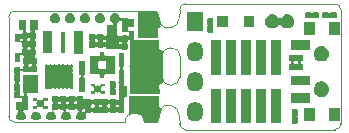
<source format=gbr>
%TF.GenerationSoftware,KiCad,Pcbnew,5.1.5+dfsg1-2~bpo10+1*%
%TF.CreationDate,2020-05-22T12:44:22+02:00*%
%TF.ProjectId,qomu-board,716f6d75-2d62-46f6-9172-642e6b696361,rev?*%
%TF.SameCoordinates,Original*%
%TF.FileFunction,Soldermask,Bot*%
%TF.FilePolarity,Negative*%
%FSLAX46Y46*%
G04 Gerber Fmt 4.6, Leading zero omitted, Abs format (unit mm)*
G04 Created by KiCad (PCBNEW 5.1.5+dfsg1-2~bpo10+1) date 2020-05-22 12:44:22 commit 5cfbf1f*
%MOMM*%
%LPD*%
G04 APERTURE LIST*
%ADD10C,0.100000*%
%ADD11C,0.050000*%
%ADD12C,0.010000*%
G04 APERTURE END LIST*
D10*
G36*
X29650000Y-25120000D02*
G01*
X29900000Y-25370000D01*
X29550000Y-26470000D01*
X29500000Y-26520000D01*
X28500000Y-26520000D01*
X28450000Y-26170000D01*
X28250000Y-25920000D01*
X28050000Y-25770000D01*
X27900000Y-25720000D01*
X27700000Y-25720000D01*
X27400000Y-25770000D01*
X27200000Y-25870000D01*
X27200000Y-24320000D01*
X29650000Y-24320000D01*
X29650000Y-25120000D01*
G37*
X29650000Y-25120000D02*
X29900000Y-25370000D01*
X29550000Y-26470000D01*
X29500000Y-26520000D01*
X28500000Y-26520000D01*
X28450000Y-26170000D01*
X28250000Y-25920000D01*
X28050000Y-25770000D01*
X27900000Y-25720000D01*
X27700000Y-25720000D01*
X27400000Y-25770000D01*
X27200000Y-25870000D01*
X27200000Y-24320000D01*
X29650000Y-24320000D01*
X29650000Y-25120000D01*
G36*
X29550000Y-17170000D02*
G01*
X29900000Y-18320000D01*
X29600000Y-18520000D01*
X29600000Y-19320000D01*
X28000000Y-19320000D01*
X28000000Y-17120000D01*
X29450000Y-17120000D01*
X29550000Y-17170000D01*
G37*
X29550000Y-17170000D02*
X29900000Y-18320000D01*
X29600000Y-18520000D01*
X29600000Y-19320000D01*
X28000000Y-19320000D01*
X28000000Y-17120000D01*
X29450000Y-17120000D01*
X29550000Y-17170000D01*
G36*
X29700000Y-20320000D02*
G01*
X30050000Y-20520000D01*
X30050000Y-23120000D01*
X29707585Y-23270000D01*
X29715000Y-24020000D01*
X27300000Y-24020000D01*
X27307500Y-19570000D01*
X29700000Y-19570000D01*
X29700000Y-20320000D01*
G37*
X29700000Y-20320000D02*
X30050000Y-20520000D01*
X30050000Y-23120000D01*
X29707585Y-23270000D01*
X29715000Y-24020000D01*
X27300000Y-24020000D01*
X27307500Y-19570000D01*
X29700000Y-19570000D01*
X29700000Y-20320000D01*
D11*
X45150000Y-26630000D02*
G75*
G02X44650000Y-27130000I-500000J0D01*
G01*
X44650000Y-16480000D02*
G75*
G02X45150000Y-16980000I0J-500000D01*
G01*
X31515000Y-22680000D02*
X31515000Y-20920000D01*
X29744948Y-25590113D02*
G75*
G02X31492032Y-25994015I831536J-383648D01*
G01*
X30015000Y-22610000D02*
G75*
G03X31515000Y-22680000I750000J-35000D01*
G01*
X30015000Y-21130000D02*
X30015000Y-20990000D01*
X29745000Y-18010000D02*
G75*
G03X31492032Y-17605985I831484J383761D01*
G01*
X17525000Y-17100000D02*
X29525000Y-17100000D01*
X31492032Y-17605985D02*
X31500000Y-16980000D01*
X31500000Y-26630000D02*
X31492032Y-25994015D01*
X30015000Y-20990000D02*
G75*
G02X31515000Y-20920000I750000J35000D01*
G01*
X45150000Y-26630000D02*
X45150000Y-16980000D01*
X32000000Y-27130000D02*
X44650000Y-27130000D01*
X32000000Y-16480000D02*
X44650000Y-16480000D01*
X31500000Y-26630000D02*
G75*
G03X32000000Y-27130000I500000J0D01*
G01*
X31500000Y-16980000D02*
G75*
G02X32000000Y-16480000I500000J0D01*
G01*
X17025000Y-26000000D02*
G75*
G03X17525000Y-26500000I500000J0D01*
G01*
D12*
X29325000Y-22650000D02*
G75*
G02X28125000Y-22650000I-600000J0D01*
G01*
X29325000Y-20950000D02*
G75*
G03X28125000Y-20950000I-600000J0D01*
G01*
X28125000Y-20950000D02*
G75*
G03X28125000Y-22650000I0J-850000D01*
G01*
D11*
X28500000Y-26500000D02*
G75*
G03X26900000Y-26500000I-800000J0D01*
G01*
X28500000Y-26500000D02*
X29525000Y-26500000D01*
D12*
X29325000Y-20950000D02*
X29325000Y-22650000D01*
D11*
X17525000Y-17100000D02*
G75*
G03X17025000Y-17600000I0J-500000D01*
G01*
X17025000Y-17600000D02*
X17025000Y-26000000D01*
X17525000Y-26500000D02*
X26900000Y-26500000D01*
X30025000Y-21800000D02*
X30025000Y-21670000D01*
X30025000Y-21670000D02*
X30025000Y-21530000D01*
X30025000Y-21530000D02*
X30025000Y-21400000D01*
X30025000Y-21400000D02*
X30025000Y-21260000D01*
X30025000Y-21260000D02*
X30015000Y-21130000D01*
X29745000Y-18010000D02*
X29735000Y-17910000D01*
X29735000Y-17910000D02*
X29715000Y-17820000D01*
X29715000Y-17820000D02*
X29695000Y-17720000D01*
X29695000Y-17720000D02*
X29675000Y-17640000D01*
X29675000Y-17640000D02*
X29655000Y-17550000D01*
X29655000Y-17550000D02*
X29645000Y-17460000D01*
X29645000Y-17460000D02*
X29625000Y-17380000D01*
X29625000Y-17380000D02*
X29605000Y-17300000D01*
X29605000Y-17300000D02*
X29585000Y-17230000D01*
X29585000Y-17230000D02*
X29555000Y-17150000D01*
X29555000Y-17150000D02*
X29525000Y-17100000D01*
X29525000Y-26500000D02*
X29555000Y-26450000D01*
X29555000Y-26450000D02*
X29585000Y-26370000D01*
X29585000Y-26370000D02*
X29605000Y-26300000D01*
X29605000Y-26300000D02*
X29625000Y-26220000D01*
X29625000Y-26220000D02*
X29645000Y-26140000D01*
X29645000Y-26140000D02*
X29655000Y-26050000D01*
X29655000Y-26050000D02*
X29675000Y-25960000D01*
X29675000Y-25960000D02*
X29695000Y-25880000D01*
X29695000Y-25880000D02*
X29715000Y-25780000D01*
X29715000Y-25780000D02*
X29735000Y-25690000D01*
X29735000Y-25690000D02*
X29745000Y-25590000D01*
X30015000Y-22610000D02*
X30015000Y-22470000D01*
X30015000Y-22470000D02*
X30025000Y-22340000D01*
X30025000Y-22340000D02*
X30025000Y-22200000D01*
X30025000Y-22200000D02*
X30025000Y-22070000D01*
X30025000Y-22070000D02*
X30025000Y-21930000D01*
X30025000Y-21930000D02*
X30025000Y-21800000D01*
D10*
G36*
X18870000Y-17819000D02*
G01*
X18870000Y-18189000D01*
X19140000Y-18189000D01*
X19140000Y-17819000D01*
X18870000Y-17819000D01*
G37*
G36*
X18870000Y-18329000D02*
G01*
X18870000Y-18679000D01*
X19490000Y-18679000D01*
X19490000Y-18329000D01*
X18870000Y-18329000D01*
G37*
G36*
X19220000Y-17819000D02*
G01*
X19220000Y-18189000D01*
X19490000Y-18189000D01*
X19490000Y-17819000D01*
X19220000Y-17819000D01*
G37*
G36*
X26200000Y-18309000D02*
G01*
X25830000Y-18309000D01*
X25830000Y-18579000D01*
X26200000Y-18579000D01*
X26200000Y-18309000D01*
G37*
G36*
X25690000Y-18309000D02*
G01*
X25340000Y-18309000D01*
X25340000Y-18929000D01*
X25690000Y-18929000D01*
X25690000Y-18309000D01*
G37*
G36*
X26200000Y-18659000D02*
G01*
X25830000Y-18659000D01*
X25830000Y-18929000D01*
X26200000Y-18929000D01*
X26200000Y-18659000D01*
G37*
G36*
X17900000Y-17819000D02*
G01*
X17900000Y-18189000D01*
X18170000Y-18189000D01*
X18170000Y-17819000D01*
X17900000Y-17819000D01*
G37*
G36*
X17900000Y-18329000D02*
G01*
X17900000Y-18679000D01*
X18520000Y-18679000D01*
X18520000Y-18329000D01*
X17900000Y-18329000D01*
G37*
G36*
X18250000Y-17819000D02*
G01*
X18250000Y-18189000D01*
X18520000Y-18189000D01*
X18520000Y-17819000D01*
X18250000Y-17819000D01*
G37*
G36*
X41450170Y-25420803D02*
G01*
X41461875Y-25424354D01*
X41472665Y-25430121D01*
X41482119Y-25437881D01*
X41489879Y-25447335D01*
X41495646Y-25458125D01*
X41499197Y-25469830D01*
X41501000Y-25488138D01*
X41501000Y-25911862D01*
X41499197Y-25930170D01*
X41495645Y-25941877D01*
X41485383Y-25961077D01*
X41476006Y-25983716D01*
X41471226Y-26007749D01*
X41471226Y-26032253D01*
X41476007Y-26056286D01*
X41485383Y-26078923D01*
X41495645Y-26098123D01*
X41499197Y-26109830D01*
X41501000Y-26128138D01*
X41501000Y-26551862D01*
X41499197Y-26570170D01*
X41495646Y-26581875D01*
X41489879Y-26592665D01*
X41482119Y-26602119D01*
X41472665Y-26609879D01*
X41461875Y-26615646D01*
X41450170Y-26619197D01*
X41431862Y-26621000D01*
X41068138Y-26621000D01*
X41049830Y-26619197D01*
X41038125Y-26615646D01*
X41027335Y-26609879D01*
X41017881Y-26602119D01*
X41010121Y-26592665D01*
X41004354Y-26581875D01*
X41000803Y-26570170D01*
X40999000Y-26551862D01*
X40999000Y-26128138D01*
X41000803Y-26109830D01*
X41004355Y-26098123D01*
X41014617Y-26078923D01*
X41023994Y-26056284D01*
X41028774Y-26032251D01*
X41028774Y-26007747D01*
X41023993Y-25983714D01*
X41014617Y-25961077D01*
X41004355Y-25941877D01*
X41000803Y-25930170D01*
X40999000Y-25911862D01*
X40999000Y-25488138D01*
X41000803Y-25469830D01*
X41004354Y-25458125D01*
X41010121Y-25447335D01*
X41017881Y-25437881D01*
X41027335Y-25430121D01*
X41038125Y-25424354D01*
X41049830Y-25420803D01*
X41068138Y-25419000D01*
X41431862Y-25419000D01*
X41450170Y-25420803D01*
G37*
G36*
X40061000Y-26551000D02*
G01*
X39219000Y-26551000D01*
X39219000Y-23659000D01*
X40061000Y-23659000D01*
X40061000Y-26551000D01*
G37*
G36*
X38791000Y-26551000D02*
G01*
X37949000Y-26551000D01*
X37949000Y-23659000D01*
X38791000Y-23659000D01*
X38791000Y-26551000D01*
G37*
G36*
X37521000Y-26551000D02*
G01*
X36679000Y-26551000D01*
X36679000Y-23659000D01*
X37521000Y-23659000D01*
X37521000Y-26551000D01*
G37*
G36*
X36251000Y-26551000D02*
G01*
X35409000Y-26551000D01*
X35409000Y-23659000D01*
X36251000Y-23659000D01*
X36251000Y-26551000D01*
G37*
G36*
X34981000Y-26551000D02*
G01*
X34139000Y-26551000D01*
X34139000Y-23659000D01*
X34981000Y-23659000D01*
X34981000Y-26551000D01*
G37*
G36*
X32932517Y-24823781D02*
G01*
X33059946Y-24862436D01*
X33177383Y-24925208D01*
X33280317Y-25009683D01*
X33364792Y-25112617D01*
X33427564Y-25230054D01*
X33466219Y-25357484D01*
X33476000Y-25456796D01*
X33476000Y-25773205D01*
X33466219Y-25872517D01*
X33427564Y-25999946D01*
X33364792Y-26117383D01*
X33280317Y-26220316D01*
X33177382Y-26304792D01*
X33059945Y-26367564D01*
X32932516Y-26406219D01*
X32800000Y-26419270D01*
X32667483Y-26406219D01*
X32540054Y-26367564D01*
X32422617Y-26304792D01*
X32319684Y-26220317D01*
X32235208Y-26117382D01*
X32172436Y-25999945D01*
X32133781Y-25872516D01*
X32124000Y-25773204D01*
X32124000Y-25456795D01*
X32133781Y-25357483D01*
X32172436Y-25230054D01*
X32235208Y-25112617D01*
X32319683Y-25009684D01*
X32422618Y-24925208D01*
X32540055Y-24862436D01*
X32667484Y-24823781D01*
X32800000Y-24810730D01*
X32932517Y-24823781D01*
G37*
G36*
X42951000Y-26411000D02*
G01*
X42049000Y-26411000D01*
X42049000Y-25309000D01*
X42951000Y-25309000D01*
X42951000Y-26411000D01*
G37*
G36*
X45051000Y-26411000D02*
G01*
X44149000Y-26411000D01*
X44149000Y-25309000D01*
X45051000Y-25309000D01*
X45051000Y-26411000D01*
G37*
G36*
X18526000Y-18282048D02*
G01*
X18523402Y-18290613D01*
X18521000Y-18314999D01*
X18521000Y-18803789D01*
X18523402Y-18828175D01*
X18530515Y-18851624D01*
X18542066Y-18873235D01*
X18557611Y-18892177D01*
X18576553Y-18907722D01*
X18598164Y-18919273D01*
X18621613Y-18926386D01*
X18633749Y-18928186D01*
X18650170Y-18929803D01*
X18661877Y-18933355D01*
X18681077Y-18943617D01*
X18703716Y-18952994D01*
X18727749Y-18957774D01*
X18752253Y-18957774D01*
X18776286Y-18952993D01*
X18798923Y-18943617D01*
X18821959Y-18931304D01*
X18836608Y-18925236D01*
X18856982Y-18911622D01*
X18874308Y-18894294D01*
X18887921Y-18873919D01*
X18897298Y-18851280D01*
X18902078Y-18827247D01*
X18902077Y-18802743D01*
X18897295Y-18778710D01*
X18887917Y-18756071D01*
X18874303Y-18735697D01*
X18869000Y-18730395D01*
X18869000Y-18314999D01*
X18866598Y-18290613D01*
X18864000Y-18282048D01*
X18864000Y-17818000D01*
X19496000Y-17818000D01*
X19496000Y-18282048D01*
X19493402Y-18290613D01*
X19491000Y-18314999D01*
X19491000Y-18690000D01*
X19342320Y-18690000D01*
X19317934Y-18692402D01*
X19294485Y-18699515D01*
X19272874Y-18711066D01*
X19253932Y-18726611D01*
X19238387Y-18745553D01*
X19226836Y-18767164D01*
X19219723Y-18790613D01*
X19217321Y-18814999D01*
X19219723Y-18839385D01*
X19226836Y-18862834D01*
X19238387Y-18884445D01*
X19253932Y-18903387D01*
X19272874Y-18918932D01*
X19291036Y-18927522D01*
X19291020Y-18927552D01*
X19312665Y-18939121D01*
X19322119Y-18946881D01*
X19329879Y-18956335D01*
X19335646Y-18967125D01*
X19339197Y-18978830D01*
X19341000Y-18997138D01*
X19341000Y-19360862D01*
X19339197Y-19379170D01*
X19335646Y-19390875D01*
X19329879Y-19401665D01*
X19322119Y-19411119D01*
X19312663Y-19418880D01*
X19303532Y-19423761D01*
X19283158Y-19437375D01*
X19265831Y-19454702D01*
X19252217Y-19475076D01*
X19242840Y-19497715D01*
X19238060Y-19521749D01*
X19238060Y-19546253D01*
X19242841Y-19570286D01*
X19252218Y-19592925D01*
X19265832Y-19613299D01*
X19283159Y-19630626D01*
X19303532Y-19644239D01*
X19312663Y-19649120D01*
X19322119Y-19656881D01*
X19329879Y-19666335D01*
X19335646Y-19677125D01*
X19339197Y-19688830D01*
X19341000Y-19707138D01*
X19341000Y-20070862D01*
X19339197Y-20089170D01*
X19335646Y-20100875D01*
X19329879Y-20111665D01*
X19322119Y-20121119D01*
X19312663Y-20128880D01*
X19303532Y-20133761D01*
X19283158Y-20147375D01*
X19265831Y-20164702D01*
X19252217Y-20185076D01*
X19242840Y-20207715D01*
X19238060Y-20231749D01*
X19238060Y-20256253D01*
X19242841Y-20280286D01*
X19252218Y-20302925D01*
X19265832Y-20323299D01*
X19283159Y-20340626D01*
X19303532Y-20354239D01*
X19312663Y-20359120D01*
X19322119Y-20366881D01*
X19329879Y-20376335D01*
X19335646Y-20387125D01*
X19339197Y-20398830D01*
X19341000Y-20417138D01*
X19341000Y-20780862D01*
X19339197Y-20799170D01*
X19335646Y-20810875D01*
X19329879Y-20821665D01*
X19322118Y-20831121D01*
X19313893Y-20837871D01*
X19296566Y-20855198D01*
X19282952Y-20875572D01*
X19273575Y-20898211D01*
X19268794Y-20922244D01*
X19268794Y-20946749D01*
X19273574Y-20970782D01*
X19282951Y-20993421D01*
X19296565Y-21013795D01*
X19313892Y-21031122D01*
X19334266Y-21044736D01*
X19356905Y-21054113D01*
X19380940Y-21058894D01*
X19390170Y-21059803D01*
X19401875Y-21063354D01*
X19412665Y-21069121D01*
X19422119Y-21076881D01*
X19429879Y-21086335D01*
X19435646Y-21097125D01*
X19439197Y-21108830D01*
X19441000Y-21127138D01*
X19441000Y-21490862D01*
X19439197Y-21509170D01*
X19435646Y-21520875D01*
X19429879Y-21531665D01*
X19422119Y-21541119D01*
X19412663Y-21548880D01*
X19403532Y-21553761D01*
X19383158Y-21567375D01*
X19365831Y-21584702D01*
X19352217Y-21605076D01*
X19342840Y-21627715D01*
X19338060Y-21651749D01*
X19338060Y-21676253D01*
X19342841Y-21700286D01*
X19352218Y-21722925D01*
X19365832Y-21743299D01*
X19383159Y-21760626D01*
X19403532Y-21774239D01*
X19412663Y-21779120D01*
X19422119Y-21786881D01*
X19429879Y-21796335D01*
X19435646Y-21807125D01*
X19439197Y-21818830D01*
X19441000Y-21837138D01*
X19441000Y-22200862D01*
X19439197Y-22219170D01*
X19435646Y-22230875D01*
X19429879Y-22241665D01*
X19422119Y-22251119D01*
X19412665Y-22258879D01*
X19401875Y-22264646D01*
X19390170Y-22268197D01*
X19371862Y-22270000D01*
X18948138Y-22270000D01*
X18929830Y-22268197D01*
X18918123Y-22264645D01*
X18898923Y-22254383D01*
X18876284Y-22245006D01*
X18852251Y-22240226D01*
X18827747Y-22240226D01*
X18803714Y-22245007D01*
X18781077Y-22254383D01*
X18761877Y-22264645D01*
X18750170Y-22268197D01*
X18731862Y-22270000D01*
X18308138Y-22270000D01*
X18289830Y-22268197D01*
X18278125Y-22264646D01*
X18267335Y-22258879D01*
X18257881Y-22251119D01*
X18250121Y-22241665D01*
X18242302Y-22227037D01*
X18236236Y-22212392D01*
X18222622Y-22192018D01*
X18205294Y-22174692D01*
X18184919Y-22161079D01*
X18162280Y-22151702D01*
X18138247Y-22146922D01*
X18113743Y-22146923D01*
X18089710Y-22151705D01*
X18067071Y-22161083D01*
X18046697Y-22174697D01*
X18029371Y-22192025D01*
X18015758Y-22212400D01*
X18006381Y-22235039D01*
X18001000Y-22271320D01*
X18001000Y-22360862D01*
X17999197Y-22379170D01*
X17995645Y-22390877D01*
X17985383Y-22410077D01*
X17976006Y-22432716D01*
X17971226Y-22456749D01*
X17971226Y-22481253D01*
X17976007Y-22505286D01*
X17985383Y-22527923D01*
X17995645Y-22547123D01*
X17999197Y-22558830D01*
X18001000Y-22577138D01*
X18001000Y-23000862D01*
X17999197Y-23019170D01*
X17995646Y-23030875D01*
X17989879Y-23041665D01*
X17982119Y-23051119D01*
X17972663Y-23058880D01*
X17963532Y-23063761D01*
X17943158Y-23077375D01*
X17925831Y-23094702D01*
X17912217Y-23115076D01*
X17902840Y-23137715D01*
X17898060Y-23161749D01*
X17898060Y-23186253D01*
X17902841Y-23210286D01*
X17912218Y-23232925D01*
X17925832Y-23253299D01*
X17943159Y-23270626D01*
X17963532Y-23284239D01*
X17972663Y-23289120D01*
X17982119Y-23296881D01*
X17989879Y-23306335D01*
X17995646Y-23317125D01*
X17999197Y-23328830D01*
X18001000Y-23347138D01*
X18001000Y-23770862D01*
X17999197Y-23789170D01*
X17995645Y-23800877D01*
X17985383Y-23820077D01*
X17976006Y-23842716D01*
X17971226Y-23866749D01*
X17971226Y-23891253D01*
X17976007Y-23915286D01*
X17985383Y-23937923D01*
X17995645Y-23957123D01*
X17999197Y-23968830D01*
X18001000Y-23987138D01*
X18001000Y-24202801D01*
X18003402Y-24227187D01*
X18010515Y-24250636D01*
X18022066Y-24272247D01*
X18037611Y-24291189D01*
X18056553Y-24306734D01*
X18078164Y-24318285D01*
X18101613Y-24325398D01*
X18125999Y-24327800D01*
X18150385Y-24325398D01*
X18173834Y-24318285D01*
X18195445Y-24306734D01*
X18214387Y-24291189D01*
X18215948Y-24289467D01*
X18227335Y-24280121D01*
X18238124Y-24274354D01*
X18245506Y-24272115D01*
X18268144Y-24262737D01*
X18288518Y-24249122D01*
X18305845Y-24231795D01*
X18319458Y-24211420D01*
X18328835Y-24188781D01*
X18333614Y-24164748D01*
X18333614Y-24140244D01*
X18328833Y-24116210D01*
X18319455Y-24093572D01*
X18305840Y-24073198D01*
X18288513Y-24055871D01*
X18279000Y-24049515D01*
X18279000Y-22525500D01*
X19521000Y-22525500D01*
X19521000Y-24027500D01*
X18690783Y-24027500D01*
X18666397Y-24029902D01*
X18642948Y-24037015D01*
X18621337Y-24048566D01*
X18602395Y-24064111D01*
X18586850Y-24083053D01*
X18575299Y-24104664D01*
X18568186Y-24128113D01*
X18565784Y-24152499D01*
X18568186Y-24176885D01*
X18575299Y-24200334D01*
X18586850Y-24221945D01*
X18602395Y-24240887D01*
X18621337Y-24256432D01*
X18654494Y-24272115D01*
X18661876Y-24274354D01*
X18672665Y-24280121D01*
X18682119Y-24287881D01*
X18689879Y-24297335D01*
X18695646Y-24308125D01*
X18699197Y-24319830D01*
X18701000Y-24338138D01*
X18701000Y-24761862D01*
X18699197Y-24780170D01*
X18695645Y-24791877D01*
X18685383Y-24811077D01*
X18676006Y-24833716D01*
X18671226Y-24857749D01*
X18671226Y-24882253D01*
X18676007Y-24906286D01*
X18685383Y-24928923D01*
X18695645Y-24948123D01*
X18699197Y-24959830D01*
X18701000Y-24978138D01*
X18701000Y-25401862D01*
X18699197Y-25420170D01*
X18695646Y-25431875D01*
X18689879Y-25442665D01*
X18682119Y-25452119D01*
X18672665Y-25459879D01*
X18661875Y-25465646D01*
X18650170Y-25469197D01*
X18631862Y-25471000D01*
X18397433Y-25471000D01*
X18373047Y-25473402D01*
X18349598Y-25480515D01*
X18327987Y-25492066D01*
X18309045Y-25507611D01*
X18293500Y-25526553D01*
X18281949Y-25548164D01*
X18274836Y-25571613D01*
X18272434Y-25595999D01*
X18274836Y-25620385D01*
X18281949Y-25643834D01*
X18293500Y-25665445D01*
X18309045Y-25684387D01*
X18327987Y-25699932D01*
X18338494Y-25706230D01*
X18340949Y-25707542D01*
X18340950Y-25707543D01*
X18340952Y-25707544D01*
X18394396Y-25751404D01*
X18422707Y-25785903D01*
X18438258Y-25804851D01*
X18470850Y-25865828D01*
X18470851Y-25865831D01*
X18490922Y-25931992D01*
X18497698Y-26000800D01*
X18490922Y-26069608D01*
X18473166Y-26128138D01*
X18470850Y-26135772D01*
X18438258Y-26196749D01*
X18422707Y-26215697D01*
X18394396Y-26250196D01*
X18359897Y-26278507D01*
X18340949Y-26294058D01*
X18279972Y-26326650D01*
X18279969Y-26326651D01*
X18213809Y-26346722D01*
X18162244Y-26351800D01*
X17977756Y-26351800D01*
X17926191Y-26346722D01*
X17860031Y-26326651D01*
X17860028Y-26326650D01*
X17799051Y-26294058D01*
X17780103Y-26278507D01*
X17745604Y-26250196D01*
X17717293Y-26215697D01*
X17701742Y-26196749D01*
X17669150Y-26135772D01*
X17666834Y-26128138D01*
X17649078Y-26069608D01*
X17642302Y-26000800D01*
X17649078Y-25931992D01*
X17669149Y-25865831D01*
X17669150Y-25865828D01*
X17701742Y-25804851D01*
X17717293Y-25785903D01*
X17745604Y-25751404D01*
X17792809Y-25712665D01*
X17799051Y-25707542D01*
X17799054Y-25707541D01*
X17803474Y-25703913D01*
X17814380Y-25696626D01*
X17831707Y-25679299D01*
X17845321Y-25658925D01*
X17854699Y-25636286D01*
X17859480Y-25612253D01*
X17859480Y-25587749D01*
X17854700Y-25563716D01*
X17845323Y-25541077D01*
X17831710Y-25520702D01*
X17814383Y-25503375D01*
X17794009Y-25489761D01*
X17771370Y-25480383D01*
X17747337Y-25475602D01*
X17735083Y-25475000D01*
X17635641Y-25475000D01*
X17625620Y-25474013D01*
X17621885Y-25472880D01*
X17618447Y-25471042D01*
X17615432Y-25468568D01*
X17612958Y-25465553D01*
X17611120Y-25462115D01*
X17609987Y-25458380D01*
X17609000Y-25448359D01*
X17609000Y-25169641D01*
X17609988Y-25159615D01*
X17611302Y-25155282D01*
X17616082Y-25131249D01*
X17616082Y-25106745D01*
X17611302Y-25082718D01*
X17609988Y-25078385D01*
X17609000Y-25068359D01*
X17609000Y-24789641D01*
X17609987Y-24779620D01*
X17611120Y-24775885D01*
X17612958Y-24772447D01*
X17615432Y-24769432D01*
X17618447Y-24766958D01*
X17621885Y-24765120D01*
X17625620Y-24763987D01*
X17635641Y-24763000D01*
X17984359Y-24763000D01*
X17994380Y-24763987D01*
X17998115Y-24765120D01*
X18009371Y-24771137D01*
X18015075Y-24774948D01*
X18037714Y-24784326D01*
X18061747Y-24789107D01*
X18086251Y-24789107D01*
X18110284Y-24784327D01*
X18132923Y-24774950D01*
X18153298Y-24761337D01*
X18170625Y-24744010D01*
X18184239Y-24723636D01*
X18193617Y-24700997D01*
X18198398Y-24676964D01*
X18199000Y-24664710D01*
X18199000Y-24546199D01*
X18196598Y-24521813D01*
X18189485Y-24498364D01*
X18177934Y-24476753D01*
X18162389Y-24457811D01*
X18143447Y-24442266D01*
X18121836Y-24430715D01*
X18098387Y-24423602D01*
X18074001Y-24421200D01*
X18049615Y-24423602D01*
X18026166Y-24430715D01*
X18004555Y-24442266D01*
X17985613Y-24457811D01*
X17984052Y-24459533D01*
X17972665Y-24468879D01*
X17961875Y-24474646D01*
X17950170Y-24478197D01*
X17931862Y-24480000D01*
X17568138Y-24480000D01*
X17549830Y-24478197D01*
X17538125Y-24474646D01*
X17527335Y-24468879D01*
X17517881Y-24461119D01*
X17510121Y-24451665D01*
X17504354Y-24440875D01*
X17500803Y-24429170D01*
X17499000Y-24410862D01*
X17499000Y-23987138D01*
X17500803Y-23968830D01*
X17504355Y-23957123D01*
X17514617Y-23937923D01*
X17523994Y-23915284D01*
X17528774Y-23891251D01*
X17528774Y-23866747D01*
X17523993Y-23842714D01*
X17514617Y-23820077D01*
X17504355Y-23800877D01*
X17500803Y-23789170D01*
X17499000Y-23770862D01*
X17499000Y-23347138D01*
X17500803Y-23328830D01*
X17504354Y-23317125D01*
X17510121Y-23306335D01*
X17517881Y-23296881D01*
X17527337Y-23289120D01*
X17536468Y-23284239D01*
X17556842Y-23270625D01*
X17574169Y-23253298D01*
X17587783Y-23232924D01*
X17597160Y-23210285D01*
X17601940Y-23186251D01*
X17601940Y-23161747D01*
X17597159Y-23137714D01*
X17587782Y-23115075D01*
X17574168Y-23094701D01*
X17556841Y-23077374D01*
X17536468Y-23063761D01*
X17527337Y-23058880D01*
X17517881Y-23051119D01*
X17510121Y-23041665D01*
X17504354Y-23030875D01*
X17500803Y-23019170D01*
X17499000Y-23000862D01*
X17499000Y-22577138D01*
X17500803Y-22558830D01*
X17504355Y-22547123D01*
X17514617Y-22527923D01*
X17523994Y-22505284D01*
X17528774Y-22481251D01*
X17528774Y-22456747D01*
X17523993Y-22432714D01*
X17514617Y-22410077D01*
X17504355Y-22390877D01*
X17500803Y-22379170D01*
X17499000Y-22360862D01*
X17499000Y-21937138D01*
X17500803Y-21918830D01*
X17504354Y-21907125D01*
X17510121Y-21896335D01*
X17517881Y-21886881D01*
X17527335Y-21879121D01*
X17538125Y-21873354D01*
X17549830Y-21869803D01*
X17568138Y-21868000D01*
X17931862Y-21868000D01*
X17950170Y-21869803D01*
X17961875Y-21873354D01*
X17972665Y-21879121D01*
X17982119Y-21886881D01*
X17989879Y-21896335D01*
X17997698Y-21910963D01*
X18003764Y-21925608D01*
X18017378Y-21945982D01*
X18034706Y-21963308D01*
X18055081Y-21976921D01*
X18077720Y-21986298D01*
X18101753Y-21991078D01*
X18126257Y-21991077D01*
X18150290Y-21986295D01*
X18172929Y-21976917D01*
X18193303Y-21963303D01*
X18210629Y-21945975D01*
X18224242Y-21925600D01*
X18233619Y-21902961D01*
X18239000Y-21866680D01*
X18239000Y-21837138D01*
X18240803Y-21818830D01*
X18244354Y-21807125D01*
X18250121Y-21796335D01*
X18257881Y-21786881D01*
X18267337Y-21779120D01*
X18276468Y-21774239D01*
X18296842Y-21760625D01*
X18314169Y-21743298D01*
X18327783Y-21722924D01*
X18337160Y-21700285D01*
X18341940Y-21676251D01*
X18341940Y-21651748D01*
X18698060Y-21651748D01*
X18698060Y-21676252D01*
X18702841Y-21700286D01*
X18712218Y-21722924D01*
X18725832Y-21743299D01*
X18743159Y-21760626D01*
X18763533Y-21774239D01*
X18781076Y-21783616D01*
X18803714Y-21792993D01*
X18827748Y-21797774D01*
X18852252Y-21797774D01*
X18876285Y-21792994D01*
X18898924Y-21783616D01*
X18916467Y-21774239D01*
X18936842Y-21760625D01*
X18954169Y-21743298D01*
X18967782Y-21722924D01*
X18977160Y-21700285D01*
X18981940Y-21676252D01*
X18981940Y-21651748D01*
X18977159Y-21627714D01*
X18967782Y-21605076D01*
X18954168Y-21584701D01*
X18936841Y-21567374D01*
X18916467Y-21553761D01*
X18898924Y-21544384D01*
X18876286Y-21535007D01*
X18852252Y-21530226D01*
X18827748Y-21530226D01*
X18803715Y-21535006D01*
X18781076Y-21544384D01*
X18763533Y-21553761D01*
X18743158Y-21567375D01*
X18725831Y-21584702D01*
X18712218Y-21605076D01*
X18702840Y-21627715D01*
X18698060Y-21651748D01*
X18341940Y-21651748D01*
X18341940Y-21651747D01*
X18337159Y-21627714D01*
X18327782Y-21605075D01*
X18314168Y-21584701D01*
X18296841Y-21567374D01*
X18276468Y-21553761D01*
X18267337Y-21548880D01*
X18257881Y-21541119D01*
X18250121Y-21531665D01*
X18244354Y-21520875D01*
X18240803Y-21509170D01*
X18239000Y-21490862D01*
X18239000Y-21127138D01*
X18240803Y-21108830D01*
X18244354Y-21097125D01*
X18250121Y-21086335D01*
X18257882Y-21076879D01*
X18266107Y-21070129D01*
X18283434Y-21052802D01*
X18297048Y-21032428D01*
X18306425Y-21009789D01*
X18311206Y-20985756D01*
X18311206Y-20961251D01*
X18306426Y-20937218D01*
X18297049Y-20914579D01*
X18283435Y-20894205D01*
X18266108Y-20876878D01*
X18245734Y-20863264D01*
X18223095Y-20853887D01*
X18199060Y-20849106D01*
X18189830Y-20848197D01*
X18178124Y-20844646D01*
X18164924Y-20837590D01*
X18142285Y-20828213D01*
X18118252Y-20823432D01*
X18093748Y-20823432D01*
X18069715Y-20828212D01*
X18047076Y-20837589D01*
X18026701Y-20851203D01*
X18009374Y-20868530D01*
X17995760Y-20888904D01*
X17986383Y-20911543D01*
X17981602Y-20935576D01*
X17981000Y-20947829D01*
X17981000Y-20968359D01*
X17980012Y-20978385D01*
X17978698Y-20982718D01*
X17973918Y-21006751D01*
X17973918Y-21031255D01*
X17978698Y-21055282D01*
X17980012Y-21059615D01*
X17981000Y-21069641D01*
X17981000Y-21348359D01*
X17980013Y-21358380D01*
X17978880Y-21362115D01*
X17977042Y-21365553D01*
X17974568Y-21368568D01*
X17971553Y-21371042D01*
X17968115Y-21372880D01*
X17964380Y-21374013D01*
X17954359Y-21375000D01*
X17605641Y-21375000D01*
X17595620Y-21374013D01*
X17591885Y-21372880D01*
X17588447Y-21371042D01*
X17585432Y-21368568D01*
X17582958Y-21365553D01*
X17581120Y-21362115D01*
X17579987Y-21358380D01*
X17579000Y-21348359D01*
X17579000Y-21069641D01*
X17579988Y-21059615D01*
X17581302Y-21055282D01*
X17586082Y-21031249D01*
X17586082Y-21006745D01*
X17581302Y-20982718D01*
X17579988Y-20978385D01*
X17579000Y-20968359D01*
X17579000Y-20689641D01*
X17579987Y-20679620D01*
X17581120Y-20675885D01*
X17582958Y-20672447D01*
X17585432Y-20669432D01*
X17588447Y-20666958D01*
X17591885Y-20665120D01*
X17595620Y-20663987D01*
X17605641Y-20663000D01*
X17954359Y-20663000D01*
X17964380Y-20663987D01*
X17977719Y-20668033D01*
X18001753Y-20672812D01*
X18026257Y-20672812D01*
X18050290Y-20668030D01*
X18072929Y-20658652D01*
X18093303Y-20645038D01*
X18110629Y-20627711D01*
X18124242Y-20607336D01*
X18133619Y-20584697D01*
X18139000Y-20548415D01*
X18139000Y-20417138D01*
X18140803Y-20398830D01*
X18144354Y-20387125D01*
X18150121Y-20376335D01*
X18157881Y-20366881D01*
X18167337Y-20359120D01*
X18176468Y-20354239D01*
X18196842Y-20340625D01*
X18214169Y-20323298D01*
X18227783Y-20302924D01*
X18237160Y-20280285D01*
X18241940Y-20256251D01*
X18241940Y-20231748D01*
X18598060Y-20231748D01*
X18598060Y-20256252D01*
X18602841Y-20280286D01*
X18612218Y-20302924D01*
X18625832Y-20323299D01*
X18643159Y-20340626D01*
X18663533Y-20354239D01*
X18681076Y-20363616D01*
X18703714Y-20372993D01*
X18727748Y-20377774D01*
X18752252Y-20377774D01*
X18776285Y-20372994D01*
X18798924Y-20363616D01*
X18816467Y-20354239D01*
X18836842Y-20340625D01*
X18854169Y-20323298D01*
X18867782Y-20302924D01*
X18877160Y-20280285D01*
X18881940Y-20256252D01*
X18881940Y-20231748D01*
X18877159Y-20207714D01*
X18867782Y-20185076D01*
X18854168Y-20164701D01*
X18836841Y-20147374D01*
X18816467Y-20133761D01*
X18798924Y-20124384D01*
X18776286Y-20115007D01*
X18752252Y-20110226D01*
X18727748Y-20110226D01*
X18703715Y-20115006D01*
X18681076Y-20124384D01*
X18663533Y-20133761D01*
X18643158Y-20147375D01*
X18625831Y-20164702D01*
X18612218Y-20185076D01*
X18602840Y-20207715D01*
X18598060Y-20231748D01*
X18241940Y-20231748D01*
X18241940Y-20231747D01*
X18237159Y-20207714D01*
X18227782Y-20185075D01*
X18214168Y-20164701D01*
X18196841Y-20147374D01*
X18176468Y-20133761D01*
X18167337Y-20128880D01*
X18157881Y-20121119D01*
X18150121Y-20111665D01*
X18144354Y-20100875D01*
X18140803Y-20089170D01*
X18139000Y-20070862D01*
X18139000Y-19864743D01*
X18136598Y-19840357D01*
X18129485Y-19816908D01*
X18117934Y-19795297D01*
X18102389Y-19776355D01*
X18083447Y-19760810D01*
X18061836Y-19749259D01*
X18038387Y-19742146D01*
X18014001Y-19739744D01*
X17989615Y-19742146D01*
X17966166Y-19749259D01*
X17959216Y-19752546D01*
X17954380Y-19754013D01*
X17944359Y-19755000D01*
X17595641Y-19755000D01*
X17585620Y-19754013D01*
X17581885Y-19752880D01*
X17578447Y-19751042D01*
X17575432Y-19748568D01*
X17572958Y-19745553D01*
X17571120Y-19742115D01*
X17569987Y-19738380D01*
X17569000Y-19728359D01*
X17569000Y-19522040D01*
X17971000Y-19522040D01*
X17971000Y-19545960D01*
X17973402Y-19570346D01*
X17980515Y-19593795D01*
X17992066Y-19615406D01*
X18007611Y-19634348D01*
X18026553Y-19649893D01*
X18048164Y-19661444D01*
X18071613Y-19668557D01*
X18095999Y-19670959D01*
X18120385Y-19668557D01*
X18143834Y-19661444D01*
X18156050Y-19654123D01*
X18156478Y-19654924D01*
X18176468Y-19644239D01*
X18196842Y-19630625D01*
X18214169Y-19613298D01*
X18227783Y-19592924D01*
X18237160Y-19570285D01*
X18241940Y-19546251D01*
X18241940Y-19521748D01*
X18598060Y-19521748D01*
X18598060Y-19546252D01*
X18602841Y-19570286D01*
X18612218Y-19592924D01*
X18625832Y-19613299D01*
X18643159Y-19630626D01*
X18663533Y-19644239D01*
X18681076Y-19653616D01*
X18703714Y-19662993D01*
X18727748Y-19667774D01*
X18752252Y-19667774D01*
X18776285Y-19662994D01*
X18798924Y-19653616D01*
X18816467Y-19644239D01*
X18836842Y-19630625D01*
X18854169Y-19613298D01*
X18867782Y-19592924D01*
X18877160Y-19570285D01*
X18881940Y-19546252D01*
X18881940Y-19521748D01*
X18877159Y-19497714D01*
X18867782Y-19475076D01*
X18854168Y-19454701D01*
X18836841Y-19437374D01*
X18816467Y-19423761D01*
X18798924Y-19414384D01*
X18776286Y-19405007D01*
X18752252Y-19400226D01*
X18727748Y-19400226D01*
X18703715Y-19405006D01*
X18681076Y-19414384D01*
X18663533Y-19423761D01*
X18643158Y-19437375D01*
X18625831Y-19454702D01*
X18612218Y-19475076D01*
X18602840Y-19497715D01*
X18598060Y-19521748D01*
X18241940Y-19521748D01*
X18241940Y-19521747D01*
X18237159Y-19497714D01*
X18227782Y-19475075D01*
X18214168Y-19454701D01*
X18196841Y-19437374D01*
X18176468Y-19423761D01*
X18158238Y-19414017D01*
X18154909Y-19411793D01*
X18132269Y-19402419D01*
X18108235Y-19397641D01*
X18083731Y-19397644D01*
X18059698Y-19402428D01*
X18037061Y-19411808D01*
X18016688Y-19425425D01*
X17999363Y-19442754D01*
X17985752Y-19463130D01*
X17976378Y-19485770D01*
X17971000Y-19522040D01*
X17569000Y-19522040D01*
X17569000Y-19449641D01*
X17569988Y-19439615D01*
X17571302Y-19435282D01*
X17576082Y-19411249D01*
X17576082Y-19386745D01*
X17571302Y-19362718D01*
X17569988Y-19358385D01*
X17569000Y-19348359D01*
X17569000Y-19069641D01*
X17569987Y-19059620D01*
X17571120Y-19055885D01*
X17572958Y-19052447D01*
X17575432Y-19049432D01*
X17578447Y-19046958D01*
X17581885Y-19045120D01*
X17585620Y-19043987D01*
X17595641Y-19043000D01*
X17944359Y-19043000D01*
X17954380Y-19043987D01*
X17958118Y-19045121D01*
X17963684Y-19048096D01*
X17986322Y-19057473D01*
X18010356Y-19062254D01*
X18034860Y-19062254D01*
X18058893Y-19057474D01*
X18081532Y-19048096D01*
X18101906Y-19034483D01*
X18119233Y-19017156D01*
X18132847Y-18996781D01*
X18142223Y-18974147D01*
X18144353Y-18967128D01*
X18150121Y-18956335D01*
X18157881Y-18946881D01*
X18167335Y-18939121D01*
X18181963Y-18931302D01*
X18196608Y-18925236D01*
X18216982Y-18911622D01*
X18234308Y-18894294D01*
X18247921Y-18873919D01*
X18257298Y-18851280D01*
X18262078Y-18827247D01*
X18262077Y-18802743D01*
X18257295Y-18778710D01*
X18247917Y-18756071D01*
X18234303Y-18735697D01*
X18216975Y-18718371D01*
X18196600Y-18704758D01*
X18173961Y-18695381D01*
X18137680Y-18690000D01*
X17899000Y-18690000D01*
X17899000Y-18314999D01*
X17896598Y-18290613D01*
X17894000Y-18282048D01*
X17894000Y-17818000D01*
X18526000Y-17818000D01*
X18526000Y-18282048D01*
G37*
G36*
X19483809Y-25654878D02*
G01*
X19549969Y-25674949D01*
X19549972Y-25674950D01*
X19610949Y-25707542D01*
X19621262Y-25716006D01*
X19664396Y-25751404D01*
X19692707Y-25785903D01*
X19708258Y-25804851D01*
X19740850Y-25865828D01*
X19740851Y-25865831D01*
X19760922Y-25931992D01*
X19767698Y-26000800D01*
X19760922Y-26069608D01*
X19743166Y-26128138D01*
X19740850Y-26135772D01*
X19708258Y-26196749D01*
X19692707Y-26215697D01*
X19664396Y-26250196D01*
X19629897Y-26278507D01*
X19610949Y-26294058D01*
X19549972Y-26326650D01*
X19549969Y-26326651D01*
X19483809Y-26346722D01*
X19432244Y-26351800D01*
X19247756Y-26351800D01*
X19196191Y-26346722D01*
X19130031Y-26326651D01*
X19130028Y-26326650D01*
X19069051Y-26294058D01*
X19050103Y-26278507D01*
X19015604Y-26250196D01*
X18987293Y-26215697D01*
X18971742Y-26196749D01*
X18939150Y-26135772D01*
X18936834Y-26128138D01*
X18919078Y-26069608D01*
X18912302Y-26000800D01*
X18919078Y-25931992D01*
X18939149Y-25865831D01*
X18939150Y-25865828D01*
X18971742Y-25804851D01*
X18987293Y-25785903D01*
X19015604Y-25751404D01*
X19058738Y-25716006D01*
X19069051Y-25707542D01*
X19130028Y-25674950D01*
X19130031Y-25674949D01*
X19196191Y-25654878D01*
X19247756Y-25649800D01*
X19432244Y-25649800D01*
X19483809Y-25654878D01*
G37*
G36*
X26718842Y-20598932D02*
G01*
X26740453Y-20610483D01*
X26763902Y-20617596D01*
X26776037Y-20619396D01*
X26780170Y-20619803D01*
X26791875Y-20623354D01*
X26802665Y-20629121D01*
X26812119Y-20636881D01*
X26819879Y-20646335D01*
X26825646Y-20657125D01*
X26829197Y-20668830D01*
X26831000Y-20687138D01*
X26831000Y-21110862D01*
X26829197Y-21129170D01*
X26825645Y-21140877D01*
X26815383Y-21160077D01*
X26806006Y-21182716D01*
X26801226Y-21206749D01*
X26801226Y-21231253D01*
X26806007Y-21255286D01*
X26815383Y-21277923D01*
X26825645Y-21297123D01*
X26829197Y-21308830D01*
X26831000Y-21327138D01*
X26831000Y-21750862D01*
X26829197Y-21769170D01*
X26825646Y-21780875D01*
X26819879Y-21791665D01*
X26812119Y-21801119D01*
X26802665Y-21808879D01*
X26791875Y-21814646D01*
X26776257Y-21819384D01*
X26753619Y-21828762D01*
X26733245Y-21842376D01*
X26715918Y-21859703D01*
X26702305Y-21880078D01*
X26692928Y-21902717D01*
X26688148Y-21926750D01*
X26688148Y-21951255D01*
X26692929Y-21975288D01*
X26702307Y-21997926D01*
X26715921Y-22018300D01*
X26733248Y-22035627D01*
X26753623Y-22049240D01*
X26776257Y-22058616D01*
X26791875Y-22063354D01*
X26802665Y-22069121D01*
X26812119Y-22076881D01*
X26819879Y-22086335D01*
X26825646Y-22097125D01*
X26829197Y-22108830D01*
X26831000Y-22127138D01*
X26831000Y-22550862D01*
X26829197Y-22569170D01*
X26825645Y-22580877D01*
X26815383Y-22600077D01*
X26806006Y-22622716D01*
X26801226Y-22646749D01*
X26801226Y-22671253D01*
X26806007Y-22695286D01*
X26815383Y-22717923D01*
X26825645Y-22737123D01*
X26829197Y-22748830D01*
X26831000Y-22767138D01*
X26831000Y-23190862D01*
X26829197Y-23209170D01*
X26825646Y-23220875D01*
X26819877Y-23231668D01*
X26817387Y-23234702D01*
X26803773Y-23255076D01*
X26794396Y-23277715D01*
X26789615Y-23301748D01*
X26789615Y-23326252D01*
X26794395Y-23350285D01*
X26803772Y-23372924D01*
X26817386Y-23393299D01*
X26834713Y-23410626D01*
X26855087Y-23424240D01*
X26877726Y-23433617D01*
X26901759Y-23438398D01*
X26914012Y-23439000D01*
X27049359Y-23439000D01*
X27059380Y-23439987D01*
X27063115Y-23441120D01*
X27066553Y-23442958D01*
X27069568Y-23445432D01*
X27072042Y-23448447D01*
X27073880Y-23451885D01*
X27075013Y-23455620D01*
X27076000Y-23465641D01*
X27076000Y-23814359D01*
X27075013Y-23824380D01*
X27073880Y-23828115D01*
X27067803Y-23839484D01*
X27064119Y-23844999D01*
X27054745Y-23867640D01*
X27049968Y-23891673D01*
X27049972Y-23916178D01*
X27054756Y-23940210D01*
X27064136Y-23962848D01*
X27077742Y-23983207D01*
X27082042Y-23988447D01*
X27083880Y-23991885D01*
X27085013Y-23995620D01*
X27086000Y-24005641D01*
X27086000Y-24354359D01*
X27085013Y-24364380D01*
X27083880Y-24368115D01*
X27082042Y-24371553D01*
X27079568Y-24374568D01*
X27076553Y-24377042D01*
X27073115Y-24378880D01*
X27069380Y-24380013D01*
X27059359Y-24381000D01*
X26918829Y-24381000D01*
X26894443Y-24383402D01*
X26870994Y-24390515D01*
X26849383Y-24402066D01*
X26830441Y-24417611D01*
X26814896Y-24436553D01*
X26803345Y-24458164D01*
X26796232Y-24481613D01*
X26793830Y-24505999D01*
X26796232Y-24530385D01*
X26803345Y-24553834D01*
X26808590Y-24564924D01*
X26815646Y-24578124D01*
X26819197Y-24589830D01*
X26821000Y-24608138D01*
X26821000Y-25031862D01*
X26819197Y-25050170D01*
X26815645Y-25061877D01*
X26805383Y-25081077D01*
X26796006Y-25103716D01*
X26791226Y-25127749D01*
X26791226Y-25152253D01*
X26796007Y-25176286D01*
X26805383Y-25198923D01*
X26815645Y-25218123D01*
X26819197Y-25229830D01*
X26821000Y-25248138D01*
X26821000Y-25671862D01*
X26819197Y-25690170D01*
X26815646Y-25701875D01*
X26809879Y-25712665D01*
X26802119Y-25722119D01*
X26792665Y-25729879D01*
X26781875Y-25735646D01*
X26770170Y-25739197D01*
X26751862Y-25741000D01*
X26388138Y-25741000D01*
X26369830Y-25739197D01*
X26358125Y-25735646D01*
X26347335Y-25729879D01*
X26337881Y-25722119D01*
X26329961Y-25712470D01*
X26316626Y-25692513D01*
X26299299Y-25675186D01*
X26278925Y-25661572D01*
X26256286Y-25652195D01*
X26232253Y-25647414D01*
X26207749Y-25647414D01*
X26183715Y-25652194D01*
X26161076Y-25661571D01*
X26140702Y-25675185D01*
X26123375Y-25692512D01*
X26110039Y-25712470D01*
X26102119Y-25722119D01*
X26092665Y-25729879D01*
X26081875Y-25735646D01*
X26070170Y-25739197D01*
X26051862Y-25741000D01*
X25688138Y-25741000D01*
X25669830Y-25739197D01*
X25658125Y-25735646D01*
X25647335Y-25729879D01*
X25637881Y-25722119D01*
X25629961Y-25712470D01*
X25616626Y-25692513D01*
X25599299Y-25675186D01*
X25578925Y-25661572D01*
X25556286Y-25652195D01*
X25532253Y-25647414D01*
X25507749Y-25647414D01*
X25483715Y-25652194D01*
X25461076Y-25661571D01*
X25440702Y-25675185D01*
X25423375Y-25692512D01*
X25410039Y-25712470D01*
X25402119Y-25722119D01*
X25392665Y-25729879D01*
X25381875Y-25735646D01*
X25370170Y-25739197D01*
X25351862Y-25741000D01*
X24928138Y-25741000D01*
X24909830Y-25739197D01*
X24898123Y-25735645D01*
X24878923Y-25725383D01*
X24856284Y-25716006D01*
X24832251Y-25711226D01*
X24807747Y-25711226D01*
X24783714Y-25716007D01*
X24761077Y-25725383D01*
X24741877Y-25735645D01*
X24730170Y-25739197D01*
X24711862Y-25741000D01*
X24288138Y-25741000D01*
X24269830Y-25739197D01*
X24258125Y-25735646D01*
X24247335Y-25729879D01*
X24237881Y-25722119D01*
X24229961Y-25712470D01*
X24216626Y-25692513D01*
X24199299Y-25675186D01*
X24178925Y-25661572D01*
X24156286Y-25652195D01*
X24132253Y-25647414D01*
X24107749Y-25647414D01*
X24083715Y-25652194D01*
X24061076Y-25661571D01*
X24040702Y-25675185D01*
X24023375Y-25692512D01*
X24010039Y-25712470D01*
X24002119Y-25722119D01*
X23992665Y-25729879D01*
X23981875Y-25735646D01*
X23970170Y-25739197D01*
X23951862Y-25741000D01*
X23681526Y-25741000D01*
X23657140Y-25743402D01*
X23633691Y-25750515D01*
X23612080Y-25762066D01*
X23593138Y-25777611D01*
X23577593Y-25796553D01*
X23566042Y-25818164D01*
X23558929Y-25841613D01*
X23556527Y-25865999D01*
X23558929Y-25890385D01*
X23561910Y-25902285D01*
X23570922Y-25931992D01*
X23577698Y-26000800D01*
X23570922Y-26069608D01*
X23553166Y-26128138D01*
X23550850Y-26135772D01*
X23518258Y-26196749D01*
X23502707Y-26215697D01*
X23474396Y-26250196D01*
X23439897Y-26278507D01*
X23420949Y-26294058D01*
X23359972Y-26326650D01*
X23359969Y-26326651D01*
X23293809Y-26346722D01*
X23242244Y-26351800D01*
X23057756Y-26351800D01*
X23006191Y-26346722D01*
X22940031Y-26326651D01*
X22940028Y-26326650D01*
X22879051Y-26294058D01*
X22860103Y-26278507D01*
X22825604Y-26250196D01*
X22797293Y-26215697D01*
X22781742Y-26196749D01*
X22749150Y-26135772D01*
X22746834Y-26128138D01*
X22729078Y-26069608D01*
X22722302Y-26000800D01*
X22729078Y-25931992D01*
X22749149Y-25865831D01*
X22749150Y-25865828D01*
X22781742Y-25804851D01*
X22797293Y-25785903D01*
X22825604Y-25751404D01*
X22879052Y-25707541D01*
X22894039Y-25699531D01*
X22914414Y-25685918D01*
X22931741Y-25668591D01*
X22945355Y-25648217D01*
X22954733Y-25625578D01*
X22959514Y-25601545D01*
X22959514Y-25577041D01*
X22954734Y-25553008D01*
X22948527Y-25538020D01*
X23255165Y-25538020D01*
X23255165Y-25562524D01*
X23259946Y-25586557D01*
X23269324Y-25609196D01*
X23282938Y-25629570D01*
X23300266Y-25646896D01*
X23320640Y-25660510D01*
X23343273Y-25669884D01*
X23357719Y-25674267D01*
X23381749Y-25679046D01*
X23406253Y-25679046D01*
X23430286Y-25674266D01*
X23452925Y-25664888D01*
X23473300Y-25651274D01*
X23490627Y-25633947D01*
X23504240Y-25613573D01*
X23513618Y-25590934D01*
X23519000Y-25554649D01*
X23519000Y-25537199D01*
X23516598Y-25512813D01*
X23509485Y-25489364D01*
X23497934Y-25467753D01*
X23482389Y-25448811D01*
X23463447Y-25433266D01*
X23441836Y-25421715D01*
X23418387Y-25414602D01*
X23394001Y-25412200D01*
X23369615Y-25414602D01*
X23346166Y-25421715D01*
X23324555Y-25433266D01*
X23305613Y-25448811D01*
X23304051Y-25450534D01*
X23300261Y-25453645D01*
X23282935Y-25470973D01*
X23269321Y-25491347D01*
X23259945Y-25513986D01*
X23255165Y-25538020D01*
X22948527Y-25538020D01*
X22945357Y-25530369D01*
X22931744Y-25509994D01*
X22914417Y-25492667D01*
X22894043Y-25479053D01*
X22871406Y-25469676D01*
X22858129Y-25465648D01*
X22847335Y-25459879D01*
X22837881Y-25452119D01*
X22829961Y-25442470D01*
X22816626Y-25422513D01*
X22799299Y-25405186D01*
X22778925Y-25391572D01*
X22756286Y-25382195D01*
X22732253Y-25377414D01*
X22707749Y-25377414D01*
X22683715Y-25382194D01*
X22661076Y-25391571D01*
X22640702Y-25405185D01*
X22623375Y-25422512D01*
X22610039Y-25442470D01*
X22602119Y-25452119D01*
X22592665Y-25459879D01*
X22581875Y-25465646D01*
X22570170Y-25469197D01*
X22551862Y-25471000D01*
X22207433Y-25471000D01*
X22183047Y-25473402D01*
X22159598Y-25480515D01*
X22155529Y-25482690D01*
X22151115Y-25472033D01*
X22137500Y-25451657D01*
X22129966Y-25442476D01*
X22116626Y-25422513D01*
X22099299Y-25405186D01*
X22078925Y-25391572D01*
X22056286Y-25382195D01*
X22032253Y-25377414D01*
X22007749Y-25377414D01*
X21983715Y-25382194D01*
X21961076Y-25391571D01*
X21940702Y-25405185D01*
X21923375Y-25422512D01*
X21910035Y-25442476D01*
X21905624Y-25447850D01*
X21892009Y-25468224D01*
X21882632Y-25490862D01*
X21877850Y-25514895D01*
X21877850Y-25539399D01*
X21882629Y-25563433D01*
X21892006Y-25586072D01*
X21905619Y-25606447D01*
X21922946Y-25623774D01*
X21943320Y-25637389D01*
X21965958Y-25646766D01*
X21989993Y-25651548D01*
X22028621Y-25655353D01*
X22053126Y-25655353D01*
X22077159Y-25650573D01*
X22092217Y-25644336D01*
X22103500Y-25665445D01*
X22119045Y-25684387D01*
X22137987Y-25699932D01*
X22148494Y-25706230D01*
X22150949Y-25707542D01*
X22150950Y-25707543D01*
X22150952Y-25707544D01*
X22204396Y-25751404D01*
X22232707Y-25785903D01*
X22248258Y-25804851D01*
X22280850Y-25865828D01*
X22280851Y-25865831D01*
X22300922Y-25931992D01*
X22307698Y-26000800D01*
X22300922Y-26069608D01*
X22283166Y-26128138D01*
X22280850Y-26135772D01*
X22248258Y-26196749D01*
X22232707Y-26215697D01*
X22204396Y-26250196D01*
X22169897Y-26278507D01*
X22150949Y-26294058D01*
X22089972Y-26326650D01*
X22089969Y-26326651D01*
X22023809Y-26346722D01*
X21972244Y-26351800D01*
X21787756Y-26351800D01*
X21736191Y-26346722D01*
X21670031Y-26326651D01*
X21670028Y-26326650D01*
X21609051Y-26294058D01*
X21590103Y-26278507D01*
X21555604Y-26250196D01*
X21527293Y-26215697D01*
X21511742Y-26196749D01*
X21479150Y-26135772D01*
X21476834Y-26128138D01*
X21459078Y-26069608D01*
X21452302Y-26000800D01*
X21459078Y-25931992D01*
X21479149Y-25865831D01*
X21479150Y-25865828D01*
X21511742Y-25804851D01*
X21527293Y-25785903D01*
X21555604Y-25751404D01*
X21609048Y-25707544D01*
X21609050Y-25707543D01*
X21609051Y-25707542D01*
X21611497Y-25706234D01*
X21631863Y-25692626D01*
X21649191Y-25675300D01*
X21662805Y-25654926D01*
X21672183Y-25632287D01*
X21676964Y-25608254D01*
X21676964Y-25583750D01*
X21672184Y-25559716D01*
X21662808Y-25537077D01*
X21649194Y-25516703D01*
X21631868Y-25499375D01*
X21611494Y-25485761D01*
X21588855Y-25476383D01*
X21564822Y-25471602D01*
X21552567Y-25471000D01*
X21488138Y-25471000D01*
X21469830Y-25469197D01*
X21458125Y-25465646D01*
X21447335Y-25459879D01*
X21437881Y-25452119D01*
X21429961Y-25442470D01*
X21416626Y-25422513D01*
X21399299Y-25405186D01*
X21378925Y-25391572D01*
X21356286Y-25382195D01*
X21332253Y-25377414D01*
X21307749Y-25377414D01*
X21283715Y-25382194D01*
X21261076Y-25391571D01*
X21240702Y-25405185D01*
X21223375Y-25422512D01*
X21210039Y-25442470D01*
X21202119Y-25452119D01*
X21192665Y-25459879D01*
X21181875Y-25465646D01*
X21170170Y-25469197D01*
X21151862Y-25471000D01*
X20937433Y-25471000D01*
X20913047Y-25473402D01*
X20889598Y-25480515D01*
X20867987Y-25492066D01*
X20849045Y-25507611D01*
X20833500Y-25526553D01*
X20821949Y-25548164D01*
X20814836Y-25571613D01*
X20812434Y-25595999D01*
X20814836Y-25620385D01*
X20821949Y-25643834D01*
X20833500Y-25665445D01*
X20849045Y-25684387D01*
X20867987Y-25699932D01*
X20878494Y-25706230D01*
X20880949Y-25707542D01*
X20880950Y-25707543D01*
X20880952Y-25707544D01*
X20934396Y-25751404D01*
X20962707Y-25785903D01*
X20978258Y-25804851D01*
X21010850Y-25865828D01*
X21010851Y-25865831D01*
X21030922Y-25931992D01*
X21037698Y-26000800D01*
X21030922Y-26069608D01*
X21013166Y-26128138D01*
X21010850Y-26135772D01*
X20978258Y-26196749D01*
X20962707Y-26215697D01*
X20934396Y-26250196D01*
X20899897Y-26278507D01*
X20880949Y-26294058D01*
X20819972Y-26326650D01*
X20819969Y-26326651D01*
X20753809Y-26346722D01*
X20702244Y-26351800D01*
X20517756Y-26351800D01*
X20466191Y-26346722D01*
X20400031Y-26326651D01*
X20400028Y-26326650D01*
X20339051Y-26294058D01*
X20320103Y-26278507D01*
X20285604Y-26250196D01*
X20257293Y-26215697D01*
X20241742Y-26196749D01*
X20209150Y-26135772D01*
X20206834Y-26128138D01*
X20189078Y-26069608D01*
X20182302Y-26000800D01*
X20189078Y-25931992D01*
X20209149Y-25865831D01*
X20209150Y-25865828D01*
X20241742Y-25804851D01*
X20257293Y-25785903D01*
X20285604Y-25751404D01*
X20328738Y-25716006D01*
X20339051Y-25707542D01*
X20400028Y-25674950D01*
X20400031Y-25674949D01*
X20466191Y-25654878D01*
X20517756Y-25649800D01*
X20635824Y-25649800D01*
X20660210Y-25647398D01*
X20683659Y-25640285D01*
X20705270Y-25628734D01*
X20724212Y-25613189D01*
X20739757Y-25594247D01*
X20751308Y-25572636D01*
X20758421Y-25549187D01*
X20760823Y-25524801D01*
X20758421Y-25500415D01*
X20751308Y-25476966D01*
X20739757Y-25455355D01*
X20732448Y-25445501D01*
X20730123Y-25442668D01*
X20724354Y-25431875D01*
X20720803Y-25420170D01*
X20719000Y-25401862D01*
X20719000Y-25127749D01*
X23991226Y-25127749D01*
X23991226Y-25152253D01*
X23996007Y-25176286D01*
X24005383Y-25198923D01*
X24015646Y-25218124D01*
X24016542Y-25221078D01*
X24025919Y-25243716D01*
X24039533Y-25264091D01*
X24056861Y-25281417D01*
X24077235Y-25295031D01*
X24099874Y-25304408D01*
X24123907Y-25309188D01*
X24148411Y-25309188D01*
X24172445Y-25304407D01*
X24195083Y-25295030D01*
X24215458Y-25281416D01*
X24232781Y-25264093D01*
X24237878Y-25257883D01*
X24247530Y-25249961D01*
X24267487Y-25236626D01*
X24284814Y-25219299D01*
X24298428Y-25198925D01*
X24307805Y-25176286D01*
X24312586Y-25152253D01*
X24312586Y-25127749D01*
X24312586Y-25127747D01*
X24687414Y-25127747D01*
X24687414Y-25152251D01*
X24692194Y-25176284D01*
X24701571Y-25198923D01*
X24715185Y-25219298D01*
X24732511Y-25236625D01*
X24752888Y-25250240D01*
X24761077Y-25254617D01*
X24783716Y-25263994D01*
X24807749Y-25268774D01*
X24832253Y-25268774D01*
X24856287Y-25263993D01*
X24878923Y-25254617D01*
X24887112Y-25250240D01*
X24907487Y-25236626D01*
X24924814Y-25219300D01*
X24938428Y-25198925D01*
X24947805Y-25176287D01*
X24952586Y-25152253D01*
X24952586Y-25127749D01*
X24952586Y-25127747D01*
X25327414Y-25127747D01*
X25327414Y-25152251D01*
X25332194Y-25176285D01*
X25341571Y-25198924D01*
X25355185Y-25219298D01*
X25372512Y-25236625D01*
X25392470Y-25249961D01*
X25402122Y-25257883D01*
X25407219Y-25264093D01*
X25424547Y-25281420D01*
X25444922Y-25295033D01*
X25467561Y-25304409D01*
X25491595Y-25309189D01*
X25516099Y-25309188D01*
X25540132Y-25304406D01*
X25562770Y-25295028D01*
X25583144Y-25281414D01*
X25600471Y-25264086D01*
X25614084Y-25243711D01*
X25623458Y-25221078D01*
X25624354Y-25218124D01*
X25634617Y-25198923D01*
X25643994Y-25176284D01*
X25648774Y-25152251D01*
X25648774Y-25127749D01*
X26091226Y-25127749D01*
X26091226Y-25152253D01*
X26096007Y-25176287D01*
X26105383Y-25198923D01*
X26109760Y-25207112D01*
X26123374Y-25227487D01*
X26140700Y-25244814D01*
X26161075Y-25258428D01*
X26183713Y-25267805D01*
X26207747Y-25272586D01*
X26232251Y-25272586D01*
X26256284Y-25267806D01*
X26278923Y-25258429D01*
X26299298Y-25244815D01*
X26316625Y-25227489D01*
X26330240Y-25207112D01*
X26334617Y-25198923D01*
X26343994Y-25176284D01*
X26348774Y-25152251D01*
X26348774Y-25127747D01*
X26343993Y-25103713D01*
X26334617Y-25081077D01*
X26330240Y-25072888D01*
X26316626Y-25052513D01*
X26299300Y-25035186D01*
X26278925Y-25021572D01*
X26256287Y-25012195D01*
X26232253Y-25007414D01*
X26207749Y-25007414D01*
X26183716Y-25012194D01*
X26161077Y-25021571D01*
X26140702Y-25035185D01*
X26123375Y-25052511D01*
X26109760Y-25072888D01*
X26105383Y-25081077D01*
X26096006Y-25103716D01*
X26091226Y-25127749D01*
X25648774Y-25127749D01*
X25648774Y-25127747D01*
X25643993Y-25103714D01*
X25634617Y-25081077D01*
X25624354Y-25061876D01*
X25623458Y-25058922D01*
X25614081Y-25036284D01*
X25600467Y-25015909D01*
X25583139Y-24998583D01*
X25562765Y-24984969D01*
X25540126Y-24975592D01*
X25516093Y-24970812D01*
X25491589Y-24970812D01*
X25467555Y-24975593D01*
X25444917Y-24984970D01*
X25424542Y-24998584D01*
X25407219Y-25015907D01*
X25402122Y-25022117D01*
X25392470Y-25030039D01*
X25372513Y-25043374D01*
X25355186Y-25060701D01*
X25341572Y-25081075D01*
X25332195Y-25103714D01*
X25327414Y-25127747D01*
X24952586Y-25127747D01*
X24947806Y-25103716D01*
X24938429Y-25081077D01*
X24924815Y-25060702D01*
X24907489Y-25043375D01*
X24887112Y-25029760D01*
X24878923Y-25025383D01*
X24856284Y-25016006D01*
X24832251Y-25011226D01*
X24807747Y-25011226D01*
X24783713Y-25016007D01*
X24761077Y-25025383D01*
X24752888Y-25029760D01*
X24732513Y-25043374D01*
X24715186Y-25060700D01*
X24701572Y-25081075D01*
X24692195Y-25103713D01*
X24687414Y-25127747D01*
X24312586Y-25127747D01*
X24307806Y-25103715D01*
X24298429Y-25081076D01*
X24284815Y-25060702D01*
X24267488Y-25043375D01*
X24247530Y-25030039D01*
X24237878Y-25022117D01*
X24232781Y-25015907D01*
X24215453Y-24998580D01*
X24195078Y-24984967D01*
X24172439Y-24975591D01*
X24148405Y-24970811D01*
X24123901Y-24970812D01*
X24099868Y-24975594D01*
X24077230Y-24984972D01*
X24056856Y-24998586D01*
X24039529Y-25015914D01*
X24025916Y-25036289D01*
X24016542Y-25058922D01*
X24015646Y-25061876D01*
X24005383Y-25081077D01*
X23996006Y-25103716D01*
X23991226Y-25127749D01*
X20719000Y-25127749D01*
X20719000Y-24978138D01*
X20720803Y-24959830D01*
X20724355Y-24948123D01*
X20734617Y-24928923D01*
X20743994Y-24906284D01*
X20748774Y-24882251D01*
X20748774Y-24857749D01*
X21191226Y-24857749D01*
X21191226Y-24882253D01*
X21196007Y-24906287D01*
X21205383Y-24928923D01*
X21209760Y-24937112D01*
X21223374Y-24957487D01*
X21240700Y-24974814D01*
X21261075Y-24988428D01*
X21283713Y-24997805D01*
X21307747Y-25002586D01*
X21332251Y-25002586D01*
X21356284Y-24997806D01*
X21378923Y-24988429D01*
X21399298Y-24974815D01*
X21416625Y-24957489D01*
X21430240Y-24937112D01*
X21434617Y-24928923D01*
X21443994Y-24906284D01*
X21448774Y-24882251D01*
X21448774Y-24857749D01*
X21891226Y-24857749D01*
X21891226Y-24882253D01*
X21896007Y-24906287D01*
X21905383Y-24928923D01*
X21909760Y-24937112D01*
X21923374Y-24957487D01*
X21940700Y-24974814D01*
X21961075Y-24988428D01*
X21983713Y-24997805D01*
X22007747Y-25002586D01*
X22032251Y-25002586D01*
X22056284Y-24997806D01*
X22078923Y-24988429D01*
X22099298Y-24974815D01*
X22116625Y-24957489D01*
X22130240Y-24937112D01*
X22134617Y-24928923D01*
X22143994Y-24906284D01*
X22148774Y-24882251D01*
X22148774Y-24857749D01*
X22591226Y-24857749D01*
X22591226Y-24882253D01*
X22596007Y-24906287D01*
X22605383Y-24928923D01*
X22609760Y-24937112D01*
X22623374Y-24957487D01*
X22640700Y-24974814D01*
X22661075Y-24988428D01*
X22683713Y-24997805D01*
X22707747Y-25002586D01*
X22732251Y-25002586D01*
X22756284Y-24997806D01*
X22778923Y-24988429D01*
X22799298Y-24974815D01*
X22816625Y-24957489D01*
X22830240Y-24937112D01*
X22834617Y-24928923D01*
X22843994Y-24906284D01*
X22848774Y-24882251D01*
X22848774Y-24857747D01*
X22843993Y-24833713D01*
X22834617Y-24811077D01*
X22830240Y-24802888D01*
X22816626Y-24782513D01*
X22799300Y-24765186D01*
X22778925Y-24751572D01*
X22756287Y-24742195D01*
X22732253Y-24737414D01*
X22707749Y-24737414D01*
X22683716Y-24742194D01*
X22661077Y-24751571D01*
X22640702Y-24765185D01*
X22623375Y-24782511D01*
X22609760Y-24802888D01*
X22605383Y-24811077D01*
X22596006Y-24833716D01*
X22591226Y-24857749D01*
X22148774Y-24857749D01*
X22148774Y-24857747D01*
X22143993Y-24833713D01*
X22134617Y-24811077D01*
X22130240Y-24802888D01*
X22116626Y-24782513D01*
X22099300Y-24765186D01*
X22078925Y-24751572D01*
X22056287Y-24742195D01*
X22032253Y-24737414D01*
X22007749Y-24737414D01*
X21983716Y-24742194D01*
X21961077Y-24751571D01*
X21940702Y-24765185D01*
X21923375Y-24782511D01*
X21909760Y-24802888D01*
X21905383Y-24811077D01*
X21896006Y-24833716D01*
X21891226Y-24857749D01*
X21448774Y-24857749D01*
X21448774Y-24857747D01*
X21443993Y-24833713D01*
X21434617Y-24811077D01*
X21430240Y-24802888D01*
X21416626Y-24782513D01*
X21399300Y-24765186D01*
X21378925Y-24751572D01*
X21356287Y-24742195D01*
X21332253Y-24737414D01*
X21307749Y-24737414D01*
X21283716Y-24742194D01*
X21261077Y-24751571D01*
X21240702Y-24765185D01*
X21223375Y-24782511D01*
X21209760Y-24802888D01*
X21205383Y-24811077D01*
X21196006Y-24833716D01*
X21191226Y-24857749D01*
X20748774Y-24857749D01*
X20748774Y-24857747D01*
X20743993Y-24833714D01*
X20734617Y-24811077D01*
X20724355Y-24791877D01*
X20720803Y-24780170D01*
X20719000Y-24761862D01*
X20719000Y-24338138D01*
X20720803Y-24319830D01*
X20724354Y-24308125D01*
X20730121Y-24297335D01*
X20737881Y-24287881D01*
X20747335Y-24280121D01*
X20758125Y-24274354D01*
X20769830Y-24270803D01*
X20788138Y-24269000D01*
X21151862Y-24269000D01*
X21170170Y-24270803D01*
X21181875Y-24274354D01*
X21192665Y-24280121D01*
X21202119Y-24287881D01*
X21210039Y-24297530D01*
X21223374Y-24317487D01*
X21240701Y-24334814D01*
X21261075Y-24348428D01*
X21283714Y-24357805D01*
X21307747Y-24362586D01*
X21332251Y-24362586D01*
X21356285Y-24357806D01*
X21378924Y-24348429D01*
X21399298Y-24334815D01*
X21416625Y-24317488D01*
X21429961Y-24297530D01*
X21437881Y-24287881D01*
X21447335Y-24280121D01*
X21458125Y-24274354D01*
X21469830Y-24270803D01*
X21488138Y-24269000D01*
X21851862Y-24269000D01*
X21870170Y-24270803D01*
X21881875Y-24274354D01*
X21892665Y-24280121D01*
X21902119Y-24287881D01*
X21910039Y-24297530D01*
X21923374Y-24317487D01*
X21940701Y-24334814D01*
X21961075Y-24348428D01*
X21983714Y-24357805D01*
X22007747Y-24362586D01*
X22032251Y-24362586D01*
X22056285Y-24357806D01*
X22078924Y-24348429D01*
X22099298Y-24334815D01*
X22116625Y-24317488D01*
X22129961Y-24297530D01*
X22137881Y-24287881D01*
X22147335Y-24280121D01*
X22158125Y-24274354D01*
X22169830Y-24270803D01*
X22188138Y-24269000D01*
X22551862Y-24269000D01*
X22570170Y-24270803D01*
X22581875Y-24274354D01*
X22592665Y-24280121D01*
X22602119Y-24287881D01*
X22610039Y-24297530D01*
X22623374Y-24317487D01*
X22640701Y-24334814D01*
X22661075Y-24348428D01*
X22683714Y-24357805D01*
X22707747Y-24362586D01*
X22732251Y-24362586D01*
X22756285Y-24357806D01*
X22778924Y-24348429D01*
X22799298Y-24334815D01*
X22816625Y-24317488D01*
X22829961Y-24297530D01*
X22837881Y-24287881D01*
X22847335Y-24280121D01*
X22858125Y-24274354D01*
X22869830Y-24270803D01*
X22888138Y-24269000D01*
X23251862Y-24269000D01*
X23270170Y-24270803D01*
X23281875Y-24274354D01*
X23292665Y-24280121D01*
X23302119Y-24287881D01*
X23309879Y-24297335D01*
X23315646Y-24308125D01*
X23319197Y-24319830D01*
X23321000Y-24338138D01*
X23321000Y-24472801D01*
X23323402Y-24497187D01*
X23330515Y-24520636D01*
X23342066Y-24542247D01*
X23357611Y-24561189D01*
X23376553Y-24576734D01*
X23398164Y-24588285D01*
X23421613Y-24595398D01*
X23445999Y-24597800D01*
X23470385Y-24595398D01*
X23493834Y-24588285D01*
X23515445Y-24576734D01*
X23534387Y-24561189D01*
X23535948Y-24559467D01*
X23547335Y-24550121D01*
X23558125Y-24544354D01*
X23569830Y-24540803D01*
X23588138Y-24539000D01*
X23951862Y-24539000D01*
X23970170Y-24540803D01*
X23981875Y-24544354D01*
X23992665Y-24550121D01*
X24002119Y-24557881D01*
X24010039Y-24567530D01*
X24023374Y-24587487D01*
X24040701Y-24604814D01*
X24061075Y-24618428D01*
X24083714Y-24627805D01*
X24107747Y-24632586D01*
X24132251Y-24632586D01*
X24156285Y-24627806D01*
X24178924Y-24618429D01*
X24199298Y-24604815D01*
X24216625Y-24587488D01*
X24229961Y-24567530D01*
X24237881Y-24557881D01*
X24247335Y-24550121D01*
X24258125Y-24544354D01*
X24269830Y-24540803D01*
X24288138Y-24539000D01*
X24711862Y-24539000D01*
X24730170Y-24540803D01*
X24741877Y-24544355D01*
X24761077Y-24554617D01*
X24783716Y-24563994D01*
X24807749Y-24568774D01*
X24832253Y-24568774D01*
X24856286Y-24563993D01*
X24878923Y-24554617D01*
X24898123Y-24544355D01*
X24909830Y-24540803D01*
X24928138Y-24539000D01*
X25351862Y-24539000D01*
X25370170Y-24540803D01*
X25381875Y-24544354D01*
X25392665Y-24550121D01*
X25402119Y-24557881D01*
X25410039Y-24567530D01*
X25423374Y-24587487D01*
X25440701Y-24604814D01*
X25461075Y-24618428D01*
X25483714Y-24627805D01*
X25507747Y-24632586D01*
X25532251Y-24632586D01*
X25556285Y-24627806D01*
X25578924Y-24618429D01*
X25599298Y-24604815D01*
X25616625Y-24587488D01*
X25629961Y-24567530D01*
X25637881Y-24557881D01*
X25647335Y-24550121D01*
X25658125Y-24544354D01*
X25669830Y-24540803D01*
X25688138Y-24539000D01*
X26051862Y-24539000D01*
X26070170Y-24540803D01*
X26081875Y-24544354D01*
X26092665Y-24550121D01*
X26102119Y-24557881D01*
X26110039Y-24567530D01*
X26123374Y-24587487D01*
X26140701Y-24604814D01*
X26161075Y-24618428D01*
X26183714Y-24627805D01*
X26207747Y-24632586D01*
X26232251Y-24632586D01*
X26256285Y-24627806D01*
X26278924Y-24618429D01*
X26299298Y-24604815D01*
X26316625Y-24587488D01*
X26329961Y-24567530D01*
X26337882Y-24557878D01*
X26356577Y-24542536D01*
X26373904Y-24525209D01*
X26387518Y-24504835D01*
X26396895Y-24482196D01*
X26401675Y-24458163D01*
X26401675Y-24433658D01*
X26396894Y-24409625D01*
X26387517Y-24386986D01*
X26380969Y-24377187D01*
X26376120Y-24368115D01*
X26374987Y-24364380D01*
X26374000Y-24354359D01*
X26374000Y-24005641D01*
X26374987Y-23995620D01*
X26376120Y-23991885D01*
X26382197Y-23980516D01*
X26385881Y-23975001D01*
X26395255Y-23952360D01*
X26400032Y-23928327D01*
X26400028Y-23903822D01*
X26395244Y-23879790D01*
X26385864Y-23857152D01*
X26372258Y-23836793D01*
X26367958Y-23831553D01*
X26366120Y-23828115D01*
X26364987Y-23824380D01*
X26364000Y-23814359D01*
X26364000Y-23465641D01*
X26364987Y-23455620D01*
X26366120Y-23451885D01*
X26367958Y-23448447D01*
X26374153Y-23440898D01*
X26383223Y-23431828D01*
X26396836Y-23411454D01*
X26406214Y-23388815D01*
X26410994Y-23364782D01*
X26410994Y-23340278D01*
X26406213Y-23316244D01*
X26396836Y-23293606D01*
X26383222Y-23273231D01*
X26365896Y-23255905D01*
X26347882Y-23241121D01*
X26340121Y-23231665D01*
X26332302Y-23217037D01*
X26326236Y-23202392D01*
X26312622Y-23182018D01*
X26295294Y-23164692D01*
X26274919Y-23151079D01*
X26264596Y-23146803D01*
X26283303Y-23134303D01*
X26300629Y-23116975D01*
X26314242Y-23096600D01*
X26323619Y-23073961D01*
X26329000Y-23037680D01*
X26329000Y-22767138D01*
X26330803Y-22748830D01*
X26334355Y-22737123D01*
X26344617Y-22717923D01*
X26353994Y-22695284D01*
X26358774Y-22671251D01*
X26358774Y-22646747D01*
X26353993Y-22622714D01*
X26344617Y-22600077D01*
X26334355Y-22580877D01*
X26330803Y-22569170D01*
X26329000Y-22550862D01*
X26329000Y-22127138D01*
X26330803Y-22108830D01*
X26334354Y-22097125D01*
X26340121Y-22086335D01*
X26347881Y-22076881D01*
X26357335Y-22069121D01*
X26368125Y-22063354D01*
X26383743Y-22058616D01*
X26406381Y-22049238D01*
X26426755Y-22035624D01*
X26444082Y-22018297D01*
X26457695Y-21997922D01*
X26467072Y-21975283D01*
X26471852Y-21951250D01*
X26471852Y-21926745D01*
X26467071Y-21902712D01*
X26457693Y-21880074D01*
X26444079Y-21859700D01*
X26426752Y-21842373D01*
X26406377Y-21828760D01*
X26383743Y-21819384D01*
X26368125Y-21814646D01*
X26357335Y-21808879D01*
X26347881Y-21801119D01*
X26340121Y-21791665D01*
X26334354Y-21780875D01*
X26330803Y-21769170D01*
X26329000Y-21750862D01*
X26329000Y-21327138D01*
X26330803Y-21308830D01*
X26334355Y-21297123D01*
X26344617Y-21277923D01*
X26353994Y-21255284D01*
X26358774Y-21231251D01*
X26358774Y-21206747D01*
X26353993Y-21182714D01*
X26344617Y-21160077D01*
X26334355Y-21140877D01*
X26330803Y-21129170D01*
X26329000Y-21110862D01*
X26329000Y-20687138D01*
X26330803Y-20668830D01*
X26334354Y-20657125D01*
X26340121Y-20646335D01*
X26347881Y-20636881D01*
X26357335Y-20629121D01*
X26368125Y-20623354D01*
X26379830Y-20619803D01*
X26398138Y-20618000D01*
X26641712Y-20618000D01*
X26666098Y-20615598D01*
X26689547Y-20608485D01*
X26711158Y-20596934D01*
X26713783Y-20594780D01*
X26718842Y-20598932D01*
G37*
G36*
X28129461Y-25202881D02*
G01*
X28146184Y-25209808D01*
X28147844Y-25210496D01*
X28164379Y-25221544D01*
X28164381Y-25221546D01*
X28164384Y-25221548D01*
X28178452Y-25235616D01*
X28178454Y-25235619D01*
X28178456Y-25235621D01*
X28188713Y-25250972D01*
X28189505Y-25252158D01*
X28191292Y-25256473D01*
X28197119Y-25270539D01*
X28201000Y-25290051D01*
X28201000Y-25309949D01*
X28197119Y-25329461D01*
X28189504Y-25347844D01*
X28178456Y-25364379D01*
X28178454Y-25364381D01*
X28178452Y-25364384D01*
X28164384Y-25378452D01*
X28164381Y-25378454D01*
X28164379Y-25378456D01*
X28147844Y-25389504D01*
X28129461Y-25397119D01*
X28109949Y-25401000D01*
X28090051Y-25401000D01*
X28070539Y-25397119D01*
X28052156Y-25389504D01*
X28035621Y-25378456D01*
X28035619Y-25378454D01*
X28035616Y-25378452D01*
X28021548Y-25364384D01*
X28021546Y-25364381D01*
X28021544Y-25364379D01*
X28010496Y-25347844D01*
X28002881Y-25329461D01*
X27999000Y-25309949D01*
X27999000Y-25290051D01*
X28002881Y-25270539D01*
X28008708Y-25256473D01*
X28010495Y-25252158D01*
X28011287Y-25250972D01*
X28021544Y-25235621D01*
X28021546Y-25235619D01*
X28021548Y-25235616D01*
X28035616Y-25221548D01*
X28035619Y-25221546D01*
X28035621Y-25221544D01*
X28052156Y-25210496D01*
X28053817Y-25209808D01*
X28070539Y-25202881D01*
X28090051Y-25199000D01*
X28109949Y-25199000D01*
X28129461Y-25202881D01*
G37*
G36*
X19459999Y-24488999D02*
G01*
X19460001Y-24489001D01*
X19460605Y-24495137D01*
X19460605Y-24512857D01*
X19460310Y-24515852D01*
X19460310Y-24540356D01*
X19465090Y-24564390D01*
X19474467Y-24587028D01*
X19488080Y-24607403D01*
X19505407Y-24624730D01*
X19525781Y-24638344D01*
X19548420Y-24647722D01*
X19572453Y-24652503D01*
X19596957Y-24652503D01*
X19620991Y-24647723D01*
X19643629Y-24638346D01*
X19664004Y-24624733D01*
X19673095Y-24616494D01*
X19710000Y-24579589D01*
X19746905Y-24616494D01*
X19765847Y-24632039D01*
X19787458Y-24643590D01*
X19810907Y-24650703D01*
X19835293Y-24653105D01*
X19859679Y-24650703D01*
X19883128Y-24643590D01*
X19904739Y-24632039D01*
X19923681Y-24616494D01*
X19939226Y-24597552D01*
X19950777Y-24575941D01*
X19957890Y-24552492D01*
X19960292Y-24528106D01*
X19959690Y-24515852D01*
X19959395Y-24512857D01*
X19959395Y-24495137D01*
X19959999Y-24489001D01*
X19960001Y-24488999D01*
X19966137Y-24488395D01*
X20313863Y-24488395D01*
X20319999Y-24488999D01*
X20320001Y-24489001D01*
X20320605Y-24495137D01*
X20320605Y-24692863D01*
X20320001Y-24698999D01*
X20319999Y-24699001D01*
X20313863Y-24699605D01*
X20146143Y-24699605D01*
X20143148Y-24699310D01*
X20118644Y-24699310D01*
X20094610Y-24704090D01*
X20071972Y-24713467D01*
X20051597Y-24727080D01*
X20034270Y-24744407D01*
X20020656Y-24764781D01*
X20011278Y-24787420D01*
X20006497Y-24811453D01*
X20006497Y-24835957D01*
X20011277Y-24859991D01*
X20020654Y-24882629D01*
X20034267Y-24903004D01*
X20042506Y-24912095D01*
X20049411Y-24919000D01*
X20042506Y-24925905D01*
X20026961Y-24944847D01*
X20015410Y-24966458D01*
X20008297Y-24989907D01*
X20005895Y-25014293D01*
X20008297Y-25038679D01*
X20015410Y-25062128D01*
X20026961Y-25083739D01*
X20042506Y-25102681D01*
X20061448Y-25118226D01*
X20083059Y-25129777D01*
X20106508Y-25136890D01*
X20130894Y-25139292D01*
X20143148Y-25138690D01*
X20146143Y-25138395D01*
X20313863Y-25138395D01*
X20319999Y-25138999D01*
X20320001Y-25139001D01*
X20320605Y-25145137D01*
X20320605Y-25342863D01*
X20320001Y-25348999D01*
X20319999Y-25349001D01*
X20313863Y-25349605D01*
X19966137Y-25349605D01*
X19960001Y-25349001D01*
X19959999Y-25348999D01*
X19959395Y-25342863D01*
X19959395Y-25325143D01*
X19959690Y-25322148D01*
X19959690Y-25297644D01*
X19954910Y-25273610D01*
X19945533Y-25250972D01*
X19931920Y-25230597D01*
X19914593Y-25213270D01*
X19894219Y-25199656D01*
X19871580Y-25190278D01*
X19847547Y-25185497D01*
X19823043Y-25185497D01*
X19799009Y-25190277D01*
X19776371Y-25199654D01*
X19755996Y-25213267D01*
X19746905Y-25221506D01*
X19710000Y-25258411D01*
X19673095Y-25221506D01*
X19654153Y-25205961D01*
X19632542Y-25194410D01*
X19609093Y-25187297D01*
X19584707Y-25184895D01*
X19560321Y-25187297D01*
X19536872Y-25194410D01*
X19515261Y-25205961D01*
X19496319Y-25221506D01*
X19480774Y-25240448D01*
X19469223Y-25262059D01*
X19462110Y-25285508D01*
X19459708Y-25309894D01*
X19460310Y-25322148D01*
X19460605Y-25325143D01*
X19460605Y-25342863D01*
X19460001Y-25348999D01*
X19459999Y-25349001D01*
X19453863Y-25349605D01*
X19106137Y-25349605D01*
X19100001Y-25349001D01*
X19099999Y-25348999D01*
X19099395Y-25342863D01*
X19099395Y-25145137D01*
X19099999Y-25139001D01*
X19100001Y-25138999D01*
X19106137Y-25138395D01*
X19273857Y-25138395D01*
X19276852Y-25138690D01*
X19301356Y-25138690D01*
X19325390Y-25133910D01*
X19348028Y-25124533D01*
X19368403Y-25110920D01*
X19385730Y-25093593D01*
X19399344Y-25073219D01*
X19408722Y-25050580D01*
X19413503Y-25026547D01*
X19413503Y-25002043D01*
X19408723Y-24978009D01*
X19399346Y-24955371D01*
X19385733Y-24934996D01*
X19377494Y-24925905D01*
X19370589Y-24919000D01*
X19377494Y-24912095D01*
X19393039Y-24893153D01*
X19404590Y-24871542D01*
X19411703Y-24848093D01*
X19414105Y-24823707D01*
X19411703Y-24799321D01*
X19404590Y-24775872D01*
X19393039Y-24754261D01*
X19377494Y-24735319D01*
X19358552Y-24719774D01*
X19336941Y-24708223D01*
X19313492Y-24701110D01*
X19289106Y-24698708D01*
X19276852Y-24699310D01*
X19273857Y-24699605D01*
X19106137Y-24699605D01*
X19100001Y-24699001D01*
X19099999Y-24698999D01*
X19099395Y-24692863D01*
X19099395Y-24495137D01*
X19099999Y-24489001D01*
X19100001Y-24488999D01*
X19106137Y-24488395D01*
X19453863Y-24488395D01*
X19459999Y-24488999D01*
G37*
G36*
X42551000Y-24861000D02*
G01*
X40949000Y-24861000D01*
X40949000Y-24059000D01*
X42551000Y-24059000D01*
X42551000Y-24861000D01*
G37*
G36*
X43689890Y-23084017D02*
G01*
X43799601Y-23129461D01*
X43808364Y-23133091D01*
X43914988Y-23204335D01*
X44005665Y-23295012D01*
X44072965Y-23395733D01*
X44076910Y-23401638D01*
X44125983Y-23520110D01*
X44151000Y-23645881D01*
X44151000Y-23774119D01*
X44125983Y-23899890D01*
X44096671Y-23970656D01*
X44076909Y-24018364D01*
X44005665Y-24124988D01*
X43914988Y-24215665D01*
X43808364Y-24286909D01*
X43808363Y-24286910D01*
X43808362Y-24286910D01*
X43689890Y-24335983D01*
X43564119Y-24361000D01*
X43435881Y-24361000D01*
X43310110Y-24335983D01*
X43191638Y-24286910D01*
X43191637Y-24286910D01*
X43191636Y-24286909D01*
X43085012Y-24215665D01*
X42994335Y-24124988D01*
X42923091Y-24018364D01*
X42903330Y-23970656D01*
X42874017Y-23899890D01*
X42849000Y-23774119D01*
X42849000Y-23645881D01*
X42874017Y-23520110D01*
X42923090Y-23401638D01*
X42927036Y-23395733D01*
X42994335Y-23295012D01*
X43085012Y-23204335D01*
X43191636Y-23133091D01*
X43200400Y-23129461D01*
X43310110Y-23084017D01*
X43435881Y-23059000D01*
X43564119Y-23059000D01*
X43689890Y-23084017D01*
G37*
G36*
X26040170Y-23040803D02*
G01*
X26051875Y-23044354D01*
X26062665Y-23050121D01*
X26072119Y-23057881D01*
X26079879Y-23067335D01*
X26087698Y-23081963D01*
X26093764Y-23096608D01*
X26107378Y-23116982D01*
X26124706Y-23134308D01*
X26145081Y-23147921D01*
X26155404Y-23152197D01*
X26136697Y-23164697D01*
X26119371Y-23182025D01*
X26105758Y-23202400D01*
X26096381Y-23225039D01*
X26091000Y-23261320D01*
X26091000Y-23531862D01*
X26089197Y-23550170D01*
X26085645Y-23561877D01*
X26075383Y-23581077D01*
X26066006Y-23603716D01*
X26061226Y-23627749D01*
X26061226Y-23652253D01*
X26066007Y-23676286D01*
X26075383Y-23698923D01*
X26085645Y-23718123D01*
X26089197Y-23729830D01*
X26091000Y-23748138D01*
X26091000Y-24171862D01*
X26089197Y-24190170D01*
X26085646Y-24201875D01*
X26079879Y-24212665D01*
X26072119Y-24222119D01*
X26062665Y-24229879D01*
X26051875Y-24235646D01*
X26040170Y-24239197D01*
X26021862Y-24241000D01*
X25658138Y-24241000D01*
X25639830Y-24239197D01*
X25628125Y-24235646D01*
X25617335Y-24229879D01*
X25607881Y-24222119D01*
X25600121Y-24212665D01*
X25594354Y-24201875D01*
X25590803Y-24190170D01*
X25589000Y-24171862D01*
X25589000Y-23748138D01*
X25590803Y-23729830D01*
X25594355Y-23718123D01*
X25604617Y-23698923D01*
X25613994Y-23676284D01*
X25618774Y-23652251D01*
X25618774Y-23627747D01*
X25613993Y-23603714D01*
X25604617Y-23581077D01*
X25594355Y-23561877D01*
X25590803Y-23550170D01*
X25589000Y-23531862D01*
X25589000Y-23108138D01*
X25590803Y-23089830D01*
X25594354Y-23078125D01*
X25600121Y-23067335D01*
X25607881Y-23057881D01*
X25617335Y-23050121D01*
X25628125Y-23044354D01*
X25639830Y-23040803D01*
X25658138Y-23039000D01*
X26021862Y-23039000D01*
X26040170Y-23040803D01*
G37*
G36*
X24324999Y-23259999D02*
G01*
X24325001Y-23260001D01*
X24325605Y-23266137D01*
X24325605Y-23283857D01*
X24325310Y-23286852D01*
X24325310Y-23311356D01*
X24330090Y-23335390D01*
X24339467Y-23358028D01*
X24353080Y-23378403D01*
X24370407Y-23395730D01*
X24390781Y-23409344D01*
X24413420Y-23418722D01*
X24437453Y-23423503D01*
X24461957Y-23423503D01*
X24485991Y-23418723D01*
X24508629Y-23409346D01*
X24529004Y-23395733D01*
X24538095Y-23387494D01*
X24575000Y-23350589D01*
X24611905Y-23387494D01*
X24630847Y-23403039D01*
X24652458Y-23414590D01*
X24675907Y-23421703D01*
X24700293Y-23424105D01*
X24724679Y-23421703D01*
X24748128Y-23414590D01*
X24769739Y-23403039D01*
X24788681Y-23387494D01*
X24804226Y-23368552D01*
X24815777Y-23346941D01*
X24822890Y-23323492D01*
X24825292Y-23299106D01*
X24824690Y-23286852D01*
X24824395Y-23283857D01*
X24824395Y-23266137D01*
X24824999Y-23260001D01*
X24825001Y-23259999D01*
X24831137Y-23259395D01*
X25178863Y-23259395D01*
X25184999Y-23259999D01*
X25185001Y-23260001D01*
X25185605Y-23266137D01*
X25185605Y-23463863D01*
X25185001Y-23469999D01*
X25184999Y-23470001D01*
X25178863Y-23470605D01*
X25011143Y-23470605D01*
X25008148Y-23470310D01*
X24983644Y-23470310D01*
X24959610Y-23475090D01*
X24936972Y-23484467D01*
X24916597Y-23498080D01*
X24899270Y-23515407D01*
X24885656Y-23535781D01*
X24876278Y-23558420D01*
X24871497Y-23582453D01*
X24871497Y-23606957D01*
X24876277Y-23630991D01*
X24885654Y-23653629D01*
X24899267Y-23674004D01*
X24907506Y-23683095D01*
X24914411Y-23690000D01*
X24907506Y-23696905D01*
X24891961Y-23715847D01*
X24880410Y-23737458D01*
X24873297Y-23760907D01*
X24870895Y-23785293D01*
X24873297Y-23809679D01*
X24880410Y-23833128D01*
X24891961Y-23854739D01*
X24907506Y-23873681D01*
X24926448Y-23889226D01*
X24948059Y-23900777D01*
X24971508Y-23907890D01*
X24995894Y-23910292D01*
X25008148Y-23909690D01*
X25011143Y-23909395D01*
X25178863Y-23909395D01*
X25184999Y-23909999D01*
X25185001Y-23910001D01*
X25185605Y-23916137D01*
X25185605Y-24113863D01*
X25185001Y-24119999D01*
X25184999Y-24120001D01*
X25178863Y-24120605D01*
X24831137Y-24120605D01*
X24825001Y-24120001D01*
X24824999Y-24119999D01*
X24824395Y-24113863D01*
X24824395Y-24096143D01*
X24824690Y-24093148D01*
X24824690Y-24068644D01*
X24819910Y-24044610D01*
X24810533Y-24021972D01*
X24796920Y-24001597D01*
X24779593Y-23984270D01*
X24759219Y-23970656D01*
X24736580Y-23961278D01*
X24712547Y-23956497D01*
X24688043Y-23956497D01*
X24664009Y-23961277D01*
X24641371Y-23970654D01*
X24620996Y-23984267D01*
X24611905Y-23992506D01*
X24575000Y-24029411D01*
X24538095Y-23992506D01*
X24519153Y-23976961D01*
X24497542Y-23965410D01*
X24474093Y-23958297D01*
X24449707Y-23955895D01*
X24425321Y-23958297D01*
X24401872Y-23965410D01*
X24380261Y-23976961D01*
X24361319Y-23992506D01*
X24345774Y-24011448D01*
X24334223Y-24033059D01*
X24327110Y-24056508D01*
X24324708Y-24080894D01*
X24325310Y-24093148D01*
X24325605Y-24096143D01*
X24325605Y-24113863D01*
X24325001Y-24119999D01*
X24324999Y-24120001D01*
X24318863Y-24120605D01*
X23971137Y-24120605D01*
X23965001Y-24120001D01*
X23964999Y-24119999D01*
X23964395Y-24113863D01*
X23964395Y-23916137D01*
X23964999Y-23910001D01*
X23965001Y-23909999D01*
X23971137Y-23909395D01*
X24138857Y-23909395D01*
X24141852Y-23909690D01*
X24166356Y-23909690D01*
X24190390Y-23904910D01*
X24213028Y-23895533D01*
X24233403Y-23881920D01*
X24250730Y-23864593D01*
X24264344Y-23844219D01*
X24273722Y-23821580D01*
X24278503Y-23797547D01*
X24278503Y-23773043D01*
X24273723Y-23749009D01*
X24264346Y-23726371D01*
X24250733Y-23705996D01*
X24242494Y-23696905D01*
X24235589Y-23690000D01*
X24242494Y-23683095D01*
X24258039Y-23664153D01*
X24269590Y-23642542D01*
X24276703Y-23619093D01*
X24279105Y-23594707D01*
X24276703Y-23570321D01*
X24269590Y-23546872D01*
X24258039Y-23525261D01*
X24242494Y-23506319D01*
X24223552Y-23490774D01*
X24201941Y-23479223D01*
X24178492Y-23472110D01*
X24154106Y-23469708D01*
X24141852Y-23470310D01*
X24138857Y-23470605D01*
X23971137Y-23470605D01*
X23965001Y-23470001D01*
X23964999Y-23469999D01*
X23964395Y-23463863D01*
X23964395Y-23266137D01*
X23964999Y-23260001D01*
X23965001Y-23259999D01*
X23971137Y-23259395D01*
X24318863Y-23259395D01*
X24324999Y-23259999D01*
G37*
G36*
X23450170Y-21304803D02*
G01*
X23461875Y-21308354D01*
X23472665Y-21314121D01*
X23482119Y-21321881D01*
X23489879Y-21331335D01*
X23495646Y-21342125D01*
X23499197Y-21353830D01*
X23501000Y-21372138D01*
X23501000Y-21795862D01*
X23499197Y-21814170D01*
X23495645Y-21825877D01*
X23485383Y-21845077D01*
X23476006Y-21867716D01*
X23471226Y-21891749D01*
X23471226Y-21916253D01*
X23476007Y-21940286D01*
X23485383Y-21962923D01*
X23495645Y-21982123D01*
X23499197Y-21993830D01*
X23501000Y-22012138D01*
X23501000Y-22435862D01*
X23499197Y-22454170D01*
X23495646Y-22465875D01*
X23489879Y-22476665D01*
X23482119Y-22486119D01*
X23472665Y-22493879D01*
X23461875Y-22499646D01*
X23444609Y-22504884D01*
X23421970Y-22514262D01*
X23401596Y-22527876D01*
X23384270Y-22545204D01*
X23370656Y-22565578D01*
X23361280Y-22588217D01*
X23356500Y-22612251D01*
X23356500Y-22636755D01*
X23361281Y-22660788D01*
X23370659Y-22683427D01*
X23384273Y-22703801D01*
X23401601Y-22721127D01*
X23421975Y-22734741D01*
X23444609Y-22744116D01*
X23461875Y-22749354D01*
X23472665Y-22755121D01*
X23482119Y-22762881D01*
X23489879Y-22772335D01*
X23495646Y-22783125D01*
X23499197Y-22794830D01*
X23501000Y-22813138D01*
X23501000Y-23236862D01*
X23499197Y-23255170D01*
X23495645Y-23266877D01*
X23485383Y-23286077D01*
X23476006Y-23308716D01*
X23471226Y-23332749D01*
X23471226Y-23357253D01*
X23476007Y-23381286D01*
X23485383Y-23403923D01*
X23495645Y-23423123D01*
X23499197Y-23434830D01*
X23501000Y-23453138D01*
X23501000Y-23876862D01*
X23499197Y-23895170D01*
X23495646Y-23906875D01*
X23489879Y-23917665D01*
X23482119Y-23927119D01*
X23472665Y-23934879D01*
X23461875Y-23940646D01*
X23450170Y-23944197D01*
X23431862Y-23946000D01*
X23068138Y-23946000D01*
X23049830Y-23944197D01*
X23038125Y-23940646D01*
X23027335Y-23934879D01*
X23017881Y-23927119D01*
X23010121Y-23917665D01*
X23004354Y-23906875D01*
X23000803Y-23895170D01*
X22999000Y-23876862D01*
X22999000Y-23453138D01*
X23000803Y-23434830D01*
X23004355Y-23423123D01*
X23014617Y-23403923D01*
X23023994Y-23381284D01*
X23028774Y-23357251D01*
X23028774Y-23332747D01*
X23023993Y-23308714D01*
X23014617Y-23286077D01*
X23004355Y-23266877D01*
X23000803Y-23255170D01*
X22999000Y-23236862D01*
X22999000Y-22813138D01*
X23000803Y-22794830D01*
X23004354Y-22783125D01*
X23010121Y-22772335D01*
X23017881Y-22762881D01*
X23027335Y-22755121D01*
X23038125Y-22749354D01*
X23055391Y-22744116D01*
X23078030Y-22734738D01*
X23098404Y-22721124D01*
X23115730Y-22703796D01*
X23129344Y-22683422D01*
X23138720Y-22660783D01*
X23143500Y-22636749D01*
X23143500Y-22612245D01*
X23138719Y-22588212D01*
X23129341Y-22565573D01*
X23115727Y-22545199D01*
X23098399Y-22527873D01*
X23078025Y-22514259D01*
X23055391Y-22504884D01*
X23038125Y-22499646D01*
X23027335Y-22493879D01*
X23017881Y-22486119D01*
X23010121Y-22476665D01*
X23004354Y-22465875D01*
X23000803Y-22454170D01*
X22999000Y-22435862D01*
X22999000Y-22012138D01*
X23000803Y-21993830D01*
X23004355Y-21982123D01*
X23014617Y-21962923D01*
X23023994Y-21940284D01*
X23028774Y-21916251D01*
X23028774Y-21891747D01*
X23023993Y-21867714D01*
X23014617Y-21845077D01*
X23004355Y-21825877D01*
X23000803Y-21814170D01*
X22999000Y-21795862D01*
X22999000Y-21372138D01*
X23000803Y-21353830D01*
X23004354Y-21342125D01*
X23010121Y-21331335D01*
X23017881Y-21321881D01*
X23027335Y-21314121D01*
X23038125Y-21308354D01*
X23049830Y-21304803D01*
X23068138Y-21303000D01*
X23431862Y-21303000D01*
X23450170Y-21304803D01*
G37*
G36*
X32932517Y-22283781D02*
G01*
X33059946Y-22322436D01*
X33177383Y-22385208D01*
X33280317Y-22469683D01*
X33364792Y-22572617D01*
X33427564Y-22690054D01*
X33466219Y-22817484D01*
X33476000Y-22916796D01*
X33476000Y-23233205D01*
X33466219Y-23332517D01*
X33427564Y-23459946D01*
X33364792Y-23577383D01*
X33280317Y-23680316D01*
X33177382Y-23764792D01*
X33059945Y-23827564D01*
X32932516Y-23866219D01*
X32800000Y-23879270D01*
X32667483Y-23866219D01*
X32540054Y-23827564D01*
X32422617Y-23764792D01*
X32319684Y-23680317D01*
X32235208Y-23577382D01*
X32172436Y-23459945D01*
X32133781Y-23332516D01*
X32124000Y-23233204D01*
X32124000Y-22916795D01*
X32133781Y-22817483D01*
X32172436Y-22690054D01*
X32235208Y-22572617D01*
X32319683Y-22469684D01*
X32422618Y-22385208D01*
X32540055Y-22322436D01*
X32667484Y-22283781D01*
X32800000Y-22270730D01*
X32932517Y-22283781D01*
G37*
G36*
X20265531Y-21616507D02*
G01*
X20280649Y-21619514D01*
X20290143Y-21623447D01*
X20309132Y-21631312D01*
X20340555Y-21652308D01*
X20362166Y-21663859D01*
X20385615Y-21670972D01*
X20410001Y-21673374D01*
X20434387Y-21670972D01*
X20457836Y-21663859D01*
X20479445Y-21652308D01*
X20510868Y-21631312D01*
X20529857Y-21623447D01*
X20539351Y-21619514D01*
X20554469Y-21616507D01*
X20569585Y-21613500D01*
X20600415Y-21613500D01*
X20615531Y-21616507D01*
X20630649Y-21619514D01*
X20640143Y-21623447D01*
X20659132Y-21631312D01*
X20690555Y-21652308D01*
X20712166Y-21663859D01*
X20735615Y-21670972D01*
X20760001Y-21673374D01*
X20784387Y-21670972D01*
X20807836Y-21663859D01*
X20829445Y-21652308D01*
X20860868Y-21631312D01*
X20879857Y-21623447D01*
X20889351Y-21619514D01*
X20904469Y-21616507D01*
X20919585Y-21613500D01*
X20950415Y-21613500D01*
X20965531Y-21616507D01*
X20980649Y-21619514D01*
X20990143Y-21623447D01*
X21009132Y-21631312D01*
X21040555Y-21652308D01*
X21062166Y-21663859D01*
X21085615Y-21670972D01*
X21110001Y-21673374D01*
X21134387Y-21670972D01*
X21157836Y-21663859D01*
X21179445Y-21652308D01*
X21210868Y-21631312D01*
X21229857Y-21623447D01*
X21239351Y-21619514D01*
X21254469Y-21616507D01*
X21269585Y-21613500D01*
X21300415Y-21613500D01*
X21315531Y-21616507D01*
X21330649Y-21619514D01*
X21340143Y-21623447D01*
X21359132Y-21631312D01*
X21390555Y-21652308D01*
X21412166Y-21663859D01*
X21435615Y-21670972D01*
X21460001Y-21673374D01*
X21484387Y-21670972D01*
X21507836Y-21663859D01*
X21529445Y-21652308D01*
X21560868Y-21631312D01*
X21579857Y-21623447D01*
X21589351Y-21619514D01*
X21604469Y-21616507D01*
X21619585Y-21613500D01*
X21650415Y-21613500D01*
X21665531Y-21616507D01*
X21680649Y-21619514D01*
X21690143Y-21623447D01*
X21709132Y-21631312D01*
X21740555Y-21652308D01*
X21762166Y-21663859D01*
X21785615Y-21670972D01*
X21810001Y-21673374D01*
X21834387Y-21670972D01*
X21857836Y-21663859D01*
X21879445Y-21652308D01*
X21910868Y-21631312D01*
X21929857Y-21623447D01*
X21939351Y-21619514D01*
X21954469Y-21616507D01*
X21969585Y-21613500D01*
X22000415Y-21613500D01*
X22015531Y-21616507D01*
X22030649Y-21619514D01*
X22040143Y-21623447D01*
X22059132Y-21631312D01*
X22090555Y-21652308D01*
X22112166Y-21663859D01*
X22135615Y-21670972D01*
X22160001Y-21673374D01*
X22184387Y-21670972D01*
X22207836Y-21663859D01*
X22229445Y-21652308D01*
X22260868Y-21631312D01*
X22279857Y-21623447D01*
X22289351Y-21619514D01*
X22304469Y-21616507D01*
X22319585Y-21613500D01*
X22350415Y-21613500D01*
X22365531Y-21616507D01*
X22380649Y-21619514D01*
X22390143Y-21623447D01*
X22409132Y-21631312D01*
X22434760Y-21648436D01*
X22456564Y-21670240D01*
X22473688Y-21695868D01*
X22485486Y-21724352D01*
X22491500Y-21754585D01*
X22491500Y-21785415D01*
X22488828Y-21798849D01*
X22485486Y-21815649D01*
X22482119Y-21823776D01*
X22473688Y-21844132D01*
X22452692Y-21875555D01*
X22441141Y-21897166D01*
X22434028Y-21920615D01*
X22431626Y-21945001D01*
X22434028Y-21969387D01*
X22441141Y-21992836D01*
X22452692Y-22014445D01*
X22473688Y-22045868D01*
X22480141Y-22061447D01*
X22485486Y-22074351D01*
X22491500Y-22104586D01*
X22491500Y-22135414D01*
X22485486Y-22165649D01*
X22481740Y-22174692D01*
X22473688Y-22194132D01*
X22452692Y-22225555D01*
X22441141Y-22247166D01*
X22434028Y-22270615D01*
X22431626Y-22295001D01*
X22434028Y-22319387D01*
X22441141Y-22342836D01*
X22452692Y-22364445D01*
X22473688Y-22395868D01*
X22485486Y-22424352D01*
X22490434Y-22449224D01*
X22491500Y-22454586D01*
X22491500Y-22485414D01*
X22485486Y-22515649D01*
X22481553Y-22525143D01*
X22473688Y-22544132D01*
X22452692Y-22575555D01*
X22441141Y-22597166D01*
X22434028Y-22620615D01*
X22431626Y-22645001D01*
X22434028Y-22669387D01*
X22441141Y-22692836D01*
X22452692Y-22714445D01*
X22473688Y-22745868D01*
X22485486Y-22774352D01*
X22491500Y-22804585D01*
X22491500Y-22835415D01*
X22485486Y-22865648D01*
X22473688Y-22894132D01*
X22452692Y-22925555D01*
X22441141Y-22947166D01*
X22434028Y-22970615D01*
X22431626Y-22995001D01*
X22434028Y-23019387D01*
X22441141Y-23042836D01*
X22452692Y-23064445D01*
X22473688Y-23095868D01*
X22478770Y-23108138D01*
X22485486Y-23124351D01*
X22487505Y-23134500D01*
X22491500Y-23154585D01*
X22491500Y-23185415D01*
X22490686Y-23189505D01*
X22487759Y-23204224D01*
X22485486Y-23215648D01*
X22473688Y-23244132D01*
X22452692Y-23275555D01*
X22441141Y-23297166D01*
X22434028Y-23320615D01*
X22431626Y-23345001D01*
X22434028Y-23369387D01*
X22441141Y-23392836D01*
X22452692Y-23414445D01*
X22473688Y-23445868D01*
X22480912Y-23463310D01*
X22485486Y-23474351D01*
X22491500Y-23504586D01*
X22491500Y-23535414D01*
X22485486Y-23565649D01*
X22481553Y-23575143D01*
X22473688Y-23594132D01*
X22456564Y-23619760D01*
X22434760Y-23641564D01*
X22409132Y-23658688D01*
X22390143Y-23666553D01*
X22380649Y-23670486D01*
X22365531Y-23673493D01*
X22350415Y-23676500D01*
X22319585Y-23676500D01*
X22304469Y-23673493D01*
X22289351Y-23670486D01*
X22279857Y-23666553D01*
X22260868Y-23658688D01*
X22229445Y-23637692D01*
X22207834Y-23626141D01*
X22184385Y-23619028D01*
X22159999Y-23616626D01*
X22135613Y-23619028D01*
X22112164Y-23626141D01*
X22090555Y-23637692D01*
X22059132Y-23658688D01*
X22040143Y-23666553D01*
X22030649Y-23670486D01*
X22015531Y-23673493D01*
X22000415Y-23676500D01*
X21969585Y-23676500D01*
X21954469Y-23673493D01*
X21939351Y-23670486D01*
X21929857Y-23666553D01*
X21910868Y-23658688D01*
X21879445Y-23637692D01*
X21857834Y-23626141D01*
X21834385Y-23619028D01*
X21809999Y-23616626D01*
X21785613Y-23619028D01*
X21762164Y-23626141D01*
X21740555Y-23637692D01*
X21709132Y-23658688D01*
X21690143Y-23666553D01*
X21680649Y-23670486D01*
X21665531Y-23673493D01*
X21650415Y-23676500D01*
X21619585Y-23676500D01*
X21604469Y-23673493D01*
X21589351Y-23670486D01*
X21579857Y-23666553D01*
X21560868Y-23658688D01*
X21529445Y-23637692D01*
X21507834Y-23626141D01*
X21484385Y-23619028D01*
X21459999Y-23616626D01*
X21435613Y-23619028D01*
X21412164Y-23626141D01*
X21390555Y-23637692D01*
X21359132Y-23658688D01*
X21340143Y-23666553D01*
X21330649Y-23670486D01*
X21315531Y-23673493D01*
X21300415Y-23676500D01*
X21269585Y-23676500D01*
X21254469Y-23673493D01*
X21239351Y-23670486D01*
X21229857Y-23666553D01*
X21210868Y-23658688D01*
X21179445Y-23637692D01*
X21157834Y-23626141D01*
X21134385Y-23619028D01*
X21109999Y-23616626D01*
X21085613Y-23619028D01*
X21062164Y-23626141D01*
X21040555Y-23637692D01*
X21009132Y-23658688D01*
X20990143Y-23666553D01*
X20980649Y-23670486D01*
X20965531Y-23673493D01*
X20950415Y-23676500D01*
X20919585Y-23676500D01*
X20904469Y-23673493D01*
X20889351Y-23670486D01*
X20879857Y-23666553D01*
X20860868Y-23658688D01*
X20829445Y-23637692D01*
X20807834Y-23626141D01*
X20784385Y-23619028D01*
X20759999Y-23616626D01*
X20735613Y-23619028D01*
X20712164Y-23626141D01*
X20690555Y-23637692D01*
X20659132Y-23658688D01*
X20640143Y-23666553D01*
X20630649Y-23670486D01*
X20615531Y-23673493D01*
X20600415Y-23676500D01*
X20569585Y-23676500D01*
X20554469Y-23673493D01*
X20539351Y-23670486D01*
X20529857Y-23666553D01*
X20510868Y-23658688D01*
X20479445Y-23637692D01*
X20457834Y-23626141D01*
X20434385Y-23619028D01*
X20409999Y-23616626D01*
X20385613Y-23619028D01*
X20362164Y-23626141D01*
X20340555Y-23637692D01*
X20309132Y-23658688D01*
X20290143Y-23666553D01*
X20280649Y-23670486D01*
X20265531Y-23673493D01*
X20250415Y-23676500D01*
X20219585Y-23676500D01*
X20204469Y-23673493D01*
X20189351Y-23670486D01*
X20179857Y-23666553D01*
X20160868Y-23658688D01*
X20135240Y-23641564D01*
X20113436Y-23619760D01*
X20096312Y-23594132D01*
X20088447Y-23575143D01*
X20084514Y-23565649D01*
X20078500Y-23535414D01*
X20078500Y-23504586D01*
X20084514Y-23474351D01*
X20089088Y-23463310D01*
X20096312Y-23445868D01*
X20117308Y-23414445D01*
X20128859Y-23392834D01*
X20135972Y-23369385D01*
X20138374Y-23344999D01*
X20135972Y-23320613D01*
X20128859Y-23297164D01*
X20117308Y-23275555D01*
X20096312Y-23244132D01*
X20084514Y-23215648D01*
X20082242Y-23204224D01*
X20079314Y-23189505D01*
X20078500Y-23185415D01*
X20078500Y-23154585D01*
X20082495Y-23134500D01*
X20084514Y-23124351D01*
X20091230Y-23108138D01*
X20096312Y-23095868D01*
X20117308Y-23064445D01*
X20128859Y-23042834D01*
X20135972Y-23019385D01*
X20138374Y-22994999D01*
X20135972Y-22970613D01*
X20128859Y-22947164D01*
X20117308Y-22925555D01*
X20096312Y-22894132D01*
X20084514Y-22865648D01*
X20078500Y-22835415D01*
X20078500Y-22804585D01*
X20084514Y-22774352D01*
X20096312Y-22745868D01*
X20117308Y-22714445D01*
X20128859Y-22692834D01*
X20135972Y-22669385D01*
X20138374Y-22644999D01*
X20135972Y-22620613D01*
X20128859Y-22597164D01*
X20117308Y-22575555D01*
X20096312Y-22544132D01*
X20088447Y-22525143D01*
X20084514Y-22515649D01*
X20078500Y-22485414D01*
X20078500Y-22454586D01*
X20079567Y-22449224D01*
X20084514Y-22424352D01*
X20096312Y-22395868D01*
X20117308Y-22364445D01*
X20128859Y-22342834D01*
X20135972Y-22319385D01*
X20138374Y-22294999D01*
X20135972Y-22270613D01*
X20128859Y-22247164D01*
X20117308Y-22225555D01*
X20096312Y-22194132D01*
X20088260Y-22174692D01*
X20084514Y-22165649D01*
X20078500Y-22135414D01*
X20078500Y-22104586D01*
X20084514Y-22074351D01*
X20089859Y-22061447D01*
X20096312Y-22045868D01*
X20117308Y-22014445D01*
X20128859Y-21992834D01*
X20135972Y-21969385D01*
X20138374Y-21944999D01*
X20135972Y-21920613D01*
X20128859Y-21897164D01*
X20117308Y-21875555D01*
X20096312Y-21844132D01*
X20087881Y-21823776D01*
X20084514Y-21815649D01*
X20081172Y-21798849D01*
X20078500Y-21785415D01*
X20078500Y-21754585D01*
X20084514Y-21724352D01*
X20096312Y-21695868D01*
X20113436Y-21670240D01*
X20135240Y-21648436D01*
X20160868Y-21631312D01*
X20179857Y-21623447D01*
X20189351Y-21619514D01*
X20204469Y-21616507D01*
X20219585Y-21613500D01*
X20250415Y-21613500D01*
X20265531Y-21616507D01*
G37*
G36*
X42551000Y-23361000D02*
G01*
X40949000Y-23361000D01*
X40949000Y-22559000D01*
X42551000Y-22559000D01*
X42551000Y-23361000D01*
G37*
G36*
X28129461Y-23002881D02*
G01*
X28147844Y-23010496D01*
X28164379Y-23021544D01*
X28164381Y-23021546D01*
X28164384Y-23021548D01*
X28178452Y-23035616D01*
X28178454Y-23035619D01*
X28178456Y-23035621D01*
X28187294Y-23048849D01*
X28189505Y-23052158D01*
X28194311Y-23063761D01*
X28197119Y-23070539D01*
X28201000Y-23090051D01*
X28201000Y-23109949D01*
X28197119Y-23129461D01*
X28189504Y-23147844D01*
X28178456Y-23164379D01*
X28178454Y-23164381D01*
X28178452Y-23164384D01*
X28164384Y-23178452D01*
X28164381Y-23178454D01*
X28164379Y-23178456D01*
X28147844Y-23189504D01*
X28129461Y-23197119D01*
X28109949Y-23201000D01*
X28090051Y-23201000D01*
X28070539Y-23197119D01*
X28052156Y-23189504D01*
X28035621Y-23178456D01*
X28035619Y-23178454D01*
X28035616Y-23178452D01*
X28021548Y-23164384D01*
X28021546Y-23164381D01*
X28021544Y-23164379D01*
X28010496Y-23147844D01*
X28002881Y-23129461D01*
X27999000Y-23109949D01*
X27999000Y-23090051D01*
X28002881Y-23070539D01*
X28005689Y-23063761D01*
X28010495Y-23052158D01*
X28012706Y-23048849D01*
X28021544Y-23035621D01*
X28021546Y-23035619D01*
X28021548Y-23035616D01*
X28035616Y-23021548D01*
X28035619Y-23021546D01*
X28035621Y-23021544D01*
X28052156Y-23010496D01*
X28070539Y-23002881D01*
X28090051Y-22999000D01*
X28109949Y-22999000D01*
X28129461Y-23002881D01*
G37*
G36*
X25126000Y-20769001D02*
G01*
X25128402Y-20793387D01*
X25135515Y-20816836D01*
X25147066Y-20838447D01*
X25162611Y-20857389D01*
X25181553Y-20872934D01*
X25203164Y-20884485D01*
X25226613Y-20891598D01*
X25250999Y-20894000D01*
X26026000Y-20894000D01*
X26026000Y-22441000D01*
X25250999Y-22441000D01*
X25226613Y-22443402D01*
X25203164Y-22450515D01*
X25181553Y-22462066D01*
X25162611Y-22477611D01*
X25147066Y-22496553D01*
X25135515Y-22518164D01*
X25128402Y-22541613D01*
X25126000Y-22565999D01*
X25126000Y-22736000D01*
X24774000Y-22736000D01*
X24774000Y-22565999D01*
X24771598Y-22541613D01*
X24764485Y-22518164D01*
X24752934Y-22496553D01*
X24737389Y-22477611D01*
X24718447Y-22462066D01*
X24696836Y-22450515D01*
X24673387Y-22443402D01*
X24649001Y-22441000D01*
X23874000Y-22441000D01*
X23874000Y-21420999D01*
X24626000Y-21420999D01*
X24626000Y-21859001D01*
X24628402Y-21883387D01*
X24635515Y-21906836D01*
X24647066Y-21928447D01*
X24662611Y-21947389D01*
X24681553Y-21962934D01*
X24703164Y-21974485D01*
X24726613Y-21981598D01*
X24750999Y-21984000D01*
X25149001Y-21984000D01*
X25173387Y-21981598D01*
X25196836Y-21974485D01*
X25218447Y-21962934D01*
X25237389Y-21947389D01*
X25252934Y-21928447D01*
X25264485Y-21906836D01*
X25271598Y-21883387D01*
X25274000Y-21859001D01*
X25274000Y-21420999D01*
X25271598Y-21396613D01*
X25264485Y-21373164D01*
X25252934Y-21351553D01*
X25237389Y-21332611D01*
X25218447Y-21317066D01*
X25196836Y-21305515D01*
X25173387Y-21298402D01*
X25149001Y-21296000D01*
X24750999Y-21296000D01*
X24726613Y-21298402D01*
X24703164Y-21305515D01*
X24681553Y-21317066D01*
X24662611Y-21332611D01*
X24647066Y-21351553D01*
X24635515Y-21373164D01*
X24628402Y-21396613D01*
X24626000Y-21420999D01*
X23874000Y-21420999D01*
X23874000Y-20894000D01*
X24649001Y-20894000D01*
X24673387Y-20891598D01*
X24696836Y-20884485D01*
X24718447Y-20872934D01*
X24737389Y-20857389D01*
X24752934Y-20838447D01*
X24764485Y-20816836D01*
X24771598Y-20793387D01*
X24774000Y-20769001D01*
X24774000Y-20544000D01*
X25126000Y-20544000D01*
X25126000Y-20769001D01*
G37*
G36*
X34981000Y-22481000D02*
G01*
X34139000Y-22481000D01*
X34139000Y-19589000D01*
X34981000Y-19589000D01*
X34981000Y-22481000D01*
G37*
G36*
X40061000Y-22481000D02*
G01*
X39219000Y-22481000D01*
X39219000Y-19589000D01*
X40061000Y-19589000D01*
X40061000Y-22481000D01*
G37*
G36*
X38791000Y-22481000D02*
G01*
X37949000Y-22481000D01*
X37949000Y-19589000D01*
X38791000Y-19589000D01*
X38791000Y-22481000D01*
G37*
G36*
X37521000Y-22481000D02*
G01*
X36679000Y-22481000D01*
X36679000Y-19589000D01*
X37521000Y-19589000D01*
X37521000Y-22481000D01*
G37*
G36*
X36251000Y-22481000D02*
G01*
X35409000Y-22481000D01*
X35409000Y-19589000D01*
X36251000Y-19589000D01*
X36251000Y-22481000D01*
G37*
G36*
X41260170Y-20820803D02*
G01*
X41271877Y-20824355D01*
X41291077Y-20834617D01*
X41313716Y-20843994D01*
X41337749Y-20848774D01*
X41362253Y-20848774D01*
X41386286Y-20843993D01*
X41408923Y-20834617D01*
X41428123Y-20824355D01*
X41439830Y-20820803D01*
X41458138Y-20819000D01*
X41881862Y-20819000D01*
X41900170Y-20820803D01*
X41911875Y-20824354D01*
X41922665Y-20830121D01*
X41932119Y-20837881D01*
X41939879Y-20847335D01*
X41945646Y-20858125D01*
X41949197Y-20869830D01*
X41951000Y-20888138D01*
X41951000Y-21251862D01*
X41949197Y-21270170D01*
X41945646Y-21281875D01*
X41939879Y-21292665D01*
X41932119Y-21302119D01*
X41922665Y-21309879D01*
X41911875Y-21315646D01*
X41900170Y-21319197D01*
X41885893Y-21320603D01*
X41861860Y-21325383D01*
X41839221Y-21334760D01*
X41818846Y-21348374D01*
X41801519Y-21365700D01*
X41787905Y-21386075D01*
X41778528Y-21408713D01*
X41773747Y-21432747D01*
X41773747Y-21457251D01*
X41778527Y-21481284D01*
X41787904Y-21503923D01*
X41801518Y-21524298D01*
X41818844Y-21541625D01*
X41839219Y-21555239D01*
X41861857Y-21564616D01*
X41885893Y-21569397D01*
X41900170Y-21570803D01*
X41911875Y-21574354D01*
X41922665Y-21580121D01*
X41932119Y-21587881D01*
X41939879Y-21597335D01*
X41945646Y-21608125D01*
X41949197Y-21619830D01*
X41951000Y-21638138D01*
X41951000Y-22001862D01*
X41949197Y-22020170D01*
X41945646Y-22031875D01*
X41939879Y-22042665D01*
X41932119Y-22052119D01*
X41922665Y-22059879D01*
X41911875Y-22065646D01*
X41900170Y-22069197D01*
X41881862Y-22071000D01*
X41458138Y-22071000D01*
X41439830Y-22069197D01*
X41428123Y-22065645D01*
X41408923Y-22055383D01*
X41386284Y-22046006D01*
X41362251Y-22041226D01*
X41337747Y-22041226D01*
X41313714Y-22046007D01*
X41291077Y-22055383D01*
X41271877Y-22065645D01*
X41260170Y-22069197D01*
X41241862Y-22071000D01*
X40818138Y-22071000D01*
X40799830Y-22069197D01*
X40788125Y-22065646D01*
X40777335Y-22059879D01*
X40767881Y-22052119D01*
X40760121Y-22042665D01*
X40754354Y-22031875D01*
X40750803Y-22020170D01*
X40749000Y-22001862D01*
X40749000Y-21638138D01*
X40750803Y-21619830D01*
X40754354Y-21608125D01*
X40760121Y-21597335D01*
X40767881Y-21587881D01*
X40777335Y-21580121D01*
X40788125Y-21574354D01*
X40799830Y-21570803D01*
X40814107Y-21569397D01*
X40838140Y-21564617D01*
X40860779Y-21555240D01*
X40881154Y-21541626D01*
X40898481Y-21524300D01*
X40912095Y-21503925D01*
X40921472Y-21481287D01*
X40926253Y-21457253D01*
X40926253Y-21432749D01*
X40926253Y-21432747D01*
X41133747Y-21432747D01*
X41133747Y-21457251D01*
X41138527Y-21481284D01*
X41147904Y-21503923D01*
X41161518Y-21524298D01*
X41178844Y-21541625D01*
X41199219Y-21555239D01*
X41221857Y-21564616D01*
X41245893Y-21569397D01*
X41260170Y-21570803D01*
X41271877Y-21574355D01*
X41291077Y-21584617D01*
X41313716Y-21593994D01*
X41337749Y-21598774D01*
X41362253Y-21598774D01*
X41386286Y-21593993D01*
X41408923Y-21584617D01*
X41428123Y-21574355D01*
X41439830Y-21570803D01*
X41454107Y-21569397D01*
X41478140Y-21564617D01*
X41500779Y-21555240D01*
X41521154Y-21541626D01*
X41538481Y-21524300D01*
X41552095Y-21503925D01*
X41561472Y-21481287D01*
X41566253Y-21457253D01*
X41566253Y-21432749D01*
X41561473Y-21408716D01*
X41552096Y-21386077D01*
X41538482Y-21365702D01*
X41521156Y-21348375D01*
X41500781Y-21334761D01*
X41478143Y-21325384D01*
X41454107Y-21320603D01*
X41439830Y-21319197D01*
X41428123Y-21315645D01*
X41408923Y-21305383D01*
X41386284Y-21296006D01*
X41362251Y-21291226D01*
X41337747Y-21291226D01*
X41313714Y-21296007D01*
X41291077Y-21305383D01*
X41271877Y-21315645D01*
X41260170Y-21319197D01*
X41245893Y-21320603D01*
X41221860Y-21325383D01*
X41199221Y-21334760D01*
X41178846Y-21348374D01*
X41161519Y-21365700D01*
X41147905Y-21386075D01*
X41138528Y-21408713D01*
X41133747Y-21432747D01*
X40926253Y-21432747D01*
X40921473Y-21408716D01*
X40912096Y-21386077D01*
X40898482Y-21365702D01*
X40881156Y-21348375D01*
X40860781Y-21334761D01*
X40838143Y-21325384D01*
X40814107Y-21320603D01*
X40799830Y-21319197D01*
X40788125Y-21315646D01*
X40777335Y-21309879D01*
X40767881Y-21302119D01*
X40760121Y-21292665D01*
X40754354Y-21281875D01*
X40750803Y-21270170D01*
X40749000Y-21251862D01*
X40749000Y-20888138D01*
X40750803Y-20869830D01*
X40754354Y-20858125D01*
X40760121Y-20847335D01*
X40767881Y-20837881D01*
X40777335Y-20830121D01*
X40788125Y-20824354D01*
X40799830Y-20820803D01*
X40818138Y-20819000D01*
X41241862Y-20819000D01*
X41260170Y-20820803D01*
G37*
G36*
X43689890Y-20084017D02*
G01*
X43807003Y-20132527D01*
X43808364Y-20133091D01*
X43914988Y-20204335D01*
X44005665Y-20295012D01*
X44075148Y-20399000D01*
X44076910Y-20401638D01*
X44125983Y-20520110D01*
X44151000Y-20645881D01*
X44151000Y-20774119D01*
X44125983Y-20899890D01*
X44087248Y-20993405D01*
X44076909Y-21018364D01*
X44005665Y-21124988D01*
X43914988Y-21215665D01*
X43808364Y-21286909D01*
X43808363Y-21286910D01*
X43808362Y-21286910D01*
X43689890Y-21335983D01*
X43564119Y-21361000D01*
X43435881Y-21361000D01*
X43310110Y-21335983D01*
X43191638Y-21286910D01*
X43191637Y-21286910D01*
X43191636Y-21286909D01*
X43085012Y-21215665D01*
X42994335Y-21124988D01*
X42923091Y-21018364D01*
X42912753Y-20993405D01*
X42874017Y-20899890D01*
X42849000Y-20774119D01*
X42849000Y-20645881D01*
X42874017Y-20520110D01*
X42923090Y-20401638D01*
X42924853Y-20399000D01*
X42994335Y-20295012D01*
X43085012Y-20204335D01*
X43191636Y-20133091D01*
X43192998Y-20132527D01*
X43310110Y-20084017D01*
X43435881Y-20059000D01*
X43564119Y-20059000D01*
X43689890Y-20084017D01*
G37*
G36*
X32932517Y-19743781D02*
G01*
X33059946Y-19782436D01*
X33177383Y-19845208D01*
X33280317Y-19929683D01*
X33364792Y-20032617D01*
X33427564Y-20150054D01*
X33466219Y-20277484D01*
X33476000Y-20376796D01*
X33476000Y-20693205D01*
X33466219Y-20792517D01*
X33427564Y-20919946D01*
X33364792Y-21037383D01*
X33280317Y-21140316D01*
X33177382Y-21224792D01*
X33059945Y-21287564D01*
X32932516Y-21326219D01*
X32800000Y-21339270D01*
X32667483Y-21326219D01*
X32540054Y-21287564D01*
X32422617Y-21224792D01*
X32319684Y-21140317D01*
X32235208Y-21037382D01*
X32172436Y-20919945D01*
X32133781Y-20792516D01*
X32124000Y-20693204D01*
X32124000Y-20376795D01*
X32133781Y-20277483D01*
X32172436Y-20150054D01*
X32235208Y-20032617D01*
X32319683Y-19929684D01*
X32422618Y-19845208D01*
X32540055Y-19782436D01*
X32667484Y-19743781D01*
X32800000Y-19730730D01*
X32932517Y-19743781D01*
G37*
G36*
X23361000Y-20696000D02*
G01*
X22589000Y-20696000D01*
X22589000Y-18794000D01*
X23361000Y-18794000D01*
X23361000Y-20696000D01*
G37*
G36*
X20711000Y-20686000D02*
G01*
X19939000Y-20686000D01*
X19939000Y-18794000D01*
X20711000Y-18794000D01*
X20711000Y-20686000D01*
G37*
G36*
X21826000Y-20646000D02*
G01*
X21474000Y-20646000D01*
X21474000Y-18844000D01*
X21826000Y-18844000D01*
X21826000Y-20646000D01*
G37*
G36*
X28129461Y-20402881D02*
G01*
X28147844Y-20410496D01*
X28164379Y-20421544D01*
X28164381Y-20421546D01*
X28164384Y-20421548D01*
X28178452Y-20435616D01*
X28178454Y-20435619D01*
X28178456Y-20435621D01*
X28189504Y-20452156D01*
X28197119Y-20470539D01*
X28201000Y-20490051D01*
X28201000Y-20509949D01*
X28197119Y-20529461D01*
X28189504Y-20547844D01*
X28178456Y-20564379D01*
X28178454Y-20564381D01*
X28178452Y-20564384D01*
X28164384Y-20578452D01*
X28164381Y-20578454D01*
X28164379Y-20578456D01*
X28147844Y-20589504D01*
X28147843Y-20589505D01*
X28147842Y-20589505D01*
X28129908Y-20596934D01*
X28129461Y-20597119D01*
X28109949Y-20601000D01*
X28090051Y-20601000D01*
X28070539Y-20597119D01*
X28070092Y-20596934D01*
X28052158Y-20589505D01*
X28052157Y-20589505D01*
X28052156Y-20589504D01*
X28035621Y-20578456D01*
X28035619Y-20578454D01*
X28035616Y-20578452D01*
X28021548Y-20564384D01*
X28021546Y-20564381D01*
X28021544Y-20564379D01*
X28010496Y-20547844D01*
X28002881Y-20529461D01*
X27999000Y-20509949D01*
X27999000Y-20490051D01*
X28002881Y-20470539D01*
X28010496Y-20452156D01*
X28021544Y-20435621D01*
X28021546Y-20435619D01*
X28021548Y-20435616D01*
X28035616Y-20421548D01*
X28035619Y-20421546D01*
X28035621Y-20421544D01*
X28052156Y-20410496D01*
X28070539Y-20402881D01*
X28090051Y-20399000D01*
X28109949Y-20399000D01*
X28129461Y-20402881D01*
G37*
G36*
X26144260Y-17291171D02*
G01*
X26178071Y-17305176D01*
X26221784Y-17323282D01*
X26221787Y-17323284D01*
X26291559Y-17369904D01*
X26350896Y-17429241D01*
X26356348Y-17437401D01*
X26397518Y-17499016D01*
X26405795Y-17519000D01*
X26429629Y-17576540D01*
X26433400Y-17595500D01*
X26437788Y-17617558D01*
X26444901Y-17641007D01*
X26456453Y-17662618D01*
X26471998Y-17681560D01*
X26490940Y-17697105D01*
X26512551Y-17708655D01*
X26536000Y-17715768D01*
X26560386Y-17718170D01*
X26584772Y-17715768D01*
X26619308Y-17703411D01*
X26638123Y-17693355D01*
X26649830Y-17689803D01*
X26668138Y-17688000D01*
X27031862Y-17688000D01*
X27050170Y-17689803D01*
X27061875Y-17693354D01*
X27072665Y-17699121D01*
X27082119Y-17706881D01*
X27096039Y-17723841D01*
X27098911Y-17728140D01*
X27116237Y-17745468D01*
X27136611Y-17759083D01*
X27159249Y-17768462D01*
X27183282Y-17773243D01*
X27207786Y-17773245D01*
X27231819Y-17768466D01*
X27254468Y-17759085D01*
X27261886Y-17755120D01*
X27265620Y-17753987D01*
X27275641Y-17753000D01*
X27624359Y-17753000D01*
X27634380Y-17753987D01*
X27638115Y-17755120D01*
X27641553Y-17756958D01*
X27644568Y-17759432D01*
X27647042Y-17762447D01*
X27648880Y-17765885D01*
X27650013Y-17769620D01*
X27651000Y-17779641D01*
X27651000Y-18058359D01*
X27650012Y-18068385D01*
X27648698Y-18072718D01*
X27643918Y-18096751D01*
X27643918Y-18121255D01*
X27648698Y-18145282D01*
X27650012Y-18149615D01*
X27651000Y-18159641D01*
X27651000Y-18438359D01*
X27650013Y-18448380D01*
X27648880Y-18452115D01*
X27647042Y-18455553D01*
X27644568Y-18458568D01*
X27641553Y-18461042D01*
X27638115Y-18462880D01*
X27634380Y-18464013D01*
X27624359Y-18465000D01*
X27275641Y-18465000D01*
X27265615Y-18464012D01*
X27262281Y-18463001D01*
X27238248Y-18458221D01*
X27213744Y-18458221D01*
X27189711Y-18463002D01*
X27167072Y-18472380D01*
X27146698Y-18485994D01*
X27129372Y-18503322D01*
X27115758Y-18523696D01*
X27106382Y-18546336D01*
X27101000Y-18582618D01*
X27101000Y-18685382D01*
X27103402Y-18709768D01*
X27110515Y-18733217D01*
X27122066Y-18754828D01*
X27137611Y-18773770D01*
X27156553Y-18789315D01*
X27178164Y-18800866D01*
X27201613Y-18807979D01*
X27225999Y-18810381D01*
X27262281Y-18804999D01*
X27265615Y-18803988D01*
X27275641Y-18803000D01*
X27624359Y-18803000D01*
X27634380Y-18803987D01*
X27638115Y-18805120D01*
X27641553Y-18806958D01*
X27644568Y-18809432D01*
X27647042Y-18812447D01*
X27648880Y-18815885D01*
X27650013Y-18819620D01*
X27651000Y-18829641D01*
X27651000Y-19108359D01*
X27650012Y-19118385D01*
X27648698Y-19122718D01*
X27643918Y-19146751D01*
X27643918Y-19171255D01*
X27648698Y-19195282D01*
X27650012Y-19199615D01*
X27651000Y-19209641D01*
X27651000Y-19488359D01*
X27650013Y-19498380D01*
X27648880Y-19502115D01*
X27647042Y-19505553D01*
X27644568Y-19508568D01*
X27641553Y-19511042D01*
X27638115Y-19512880D01*
X27634380Y-19514013D01*
X27624359Y-19515000D01*
X27275641Y-19515000D01*
X27265615Y-19514012D01*
X27262281Y-19513001D01*
X27238248Y-19508221D01*
X27213744Y-19508221D01*
X27189711Y-19513002D01*
X27167072Y-19522380D01*
X27146698Y-19535994D01*
X27129372Y-19553322D01*
X27115758Y-19573696D01*
X27106382Y-19596336D01*
X27101000Y-19632618D01*
X27101000Y-19660862D01*
X27099197Y-19679170D01*
X27095645Y-19690877D01*
X27085383Y-19710077D01*
X27076006Y-19732716D01*
X27071226Y-19756749D01*
X27071226Y-19781253D01*
X27076007Y-19805286D01*
X27085383Y-19827923D01*
X27095645Y-19847123D01*
X27099197Y-19858830D01*
X27101000Y-19877138D01*
X27101000Y-20300862D01*
X27099197Y-20319170D01*
X27095646Y-20330875D01*
X27089879Y-20341665D01*
X27082119Y-20351119D01*
X27072665Y-20358879D01*
X27061875Y-20364646D01*
X27050170Y-20368197D01*
X27031862Y-20370000D01*
X26788288Y-20370000D01*
X26763902Y-20372402D01*
X26740453Y-20379515D01*
X26718842Y-20391066D01*
X26716217Y-20393220D01*
X26711158Y-20389068D01*
X26689547Y-20377517D01*
X26666098Y-20370404D01*
X26653963Y-20368604D01*
X26649830Y-20368197D01*
X26638125Y-20364646D01*
X26627335Y-20358879D01*
X26617881Y-20351119D01*
X26609822Y-20341300D01*
X26596723Y-20321697D01*
X26579395Y-20304371D01*
X26559021Y-20290758D01*
X26536381Y-20281381D01*
X26500100Y-20276000D01*
X25274000Y-20276000D01*
X25274000Y-20242680D01*
X25271598Y-20218294D01*
X25264485Y-20194845D01*
X25252934Y-20173234D01*
X25237389Y-20154292D01*
X25218447Y-20138747D01*
X25196836Y-20127196D01*
X25173387Y-20120083D01*
X25149001Y-20117681D01*
X25124615Y-20120083D01*
X25101166Y-20127196D01*
X25079555Y-20138747D01*
X25060613Y-20154292D01*
X25045068Y-20173234D01*
X25040382Y-20181052D01*
X25032119Y-20191119D01*
X25022665Y-20198879D01*
X25011875Y-20204646D01*
X25000170Y-20208197D01*
X24981862Y-20210000D01*
X24618138Y-20210000D01*
X24599830Y-20208197D01*
X24588125Y-20204646D01*
X24577335Y-20198879D01*
X24567881Y-20191119D01*
X24559961Y-20181470D01*
X24546626Y-20161513D01*
X24529299Y-20144186D01*
X24508925Y-20130572D01*
X24486286Y-20121195D01*
X24462253Y-20116414D01*
X24437749Y-20116414D01*
X24413715Y-20121194D01*
X24391076Y-20130571D01*
X24370702Y-20144185D01*
X24353375Y-20161512D01*
X24340039Y-20181470D01*
X24332119Y-20191119D01*
X24322665Y-20198879D01*
X24311875Y-20204646D01*
X24300170Y-20208197D01*
X24281862Y-20210000D01*
X23918138Y-20210000D01*
X23899830Y-20208197D01*
X23888125Y-20204646D01*
X23877335Y-20198879D01*
X23867881Y-20191119D01*
X23860121Y-20181665D01*
X23854354Y-20170875D01*
X23850803Y-20159170D01*
X23849000Y-20140862D01*
X23849000Y-19762680D01*
X26376000Y-19762680D01*
X26376000Y-19775320D01*
X26378402Y-19799706D01*
X26385515Y-19823155D01*
X26397066Y-19844766D01*
X26412611Y-19863708D01*
X26431553Y-19879253D01*
X26453164Y-19890804D01*
X26476613Y-19897917D01*
X26500999Y-19900319D01*
X26525385Y-19897917D01*
X26548834Y-19890804D01*
X26570445Y-19879253D01*
X26589387Y-19863708D01*
X26604932Y-19844766D01*
X26611239Y-19834243D01*
X26614617Y-19827923D01*
X26623994Y-19805284D01*
X26628774Y-19781250D01*
X26628774Y-19756746D01*
X26623993Y-19732713D01*
X26614617Y-19710077D01*
X26611239Y-19703757D01*
X26597626Y-19683383D01*
X26580299Y-19666056D01*
X26559925Y-19652442D01*
X26537286Y-19643064D01*
X26513253Y-19638283D01*
X26488749Y-19638283D01*
X26464715Y-19643063D01*
X26442076Y-19652440D01*
X26421702Y-19666053D01*
X26404375Y-19683380D01*
X26390761Y-19703754D01*
X26381383Y-19726393D01*
X26376602Y-19750426D01*
X26376000Y-19762680D01*
X23849000Y-19762680D01*
X23849000Y-19717138D01*
X23850803Y-19698830D01*
X23854355Y-19687123D01*
X23864617Y-19667923D01*
X23873994Y-19645284D01*
X23878774Y-19621251D01*
X23878774Y-19596749D01*
X24321226Y-19596749D01*
X24321226Y-19621253D01*
X24326007Y-19645287D01*
X24335383Y-19667923D01*
X24339760Y-19676112D01*
X24353374Y-19696487D01*
X24370700Y-19713814D01*
X24391075Y-19727428D01*
X24413713Y-19736805D01*
X24437747Y-19741586D01*
X24462251Y-19741586D01*
X24486284Y-19736806D01*
X24508923Y-19727429D01*
X24529298Y-19713815D01*
X24546625Y-19696489D01*
X24560240Y-19676112D01*
X24564617Y-19667923D01*
X24573994Y-19645284D01*
X24578774Y-19621251D01*
X24578774Y-19596750D01*
X25021226Y-19596750D01*
X25021226Y-19621254D01*
X25026007Y-19645287D01*
X25035383Y-19667923D01*
X25038761Y-19674243D01*
X25052374Y-19694617D01*
X25069701Y-19711944D01*
X25090075Y-19725558D01*
X25112714Y-19734936D01*
X25136747Y-19739717D01*
X25161251Y-19739717D01*
X25185285Y-19734937D01*
X25207924Y-19725560D01*
X25228298Y-19711947D01*
X25245625Y-19694620D01*
X25259239Y-19674246D01*
X25268617Y-19651607D01*
X25273398Y-19627574D01*
X25274000Y-19615320D01*
X25274000Y-19602680D01*
X25271598Y-19578294D01*
X25264485Y-19554845D01*
X25252934Y-19533234D01*
X25237389Y-19514292D01*
X25218447Y-19498747D01*
X25196836Y-19487196D01*
X25173387Y-19480083D01*
X25149001Y-19477681D01*
X25124615Y-19480083D01*
X25101166Y-19487196D01*
X25079555Y-19498747D01*
X25060613Y-19514292D01*
X25045068Y-19533234D01*
X25038761Y-19543757D01*
X25035383Y-19550077D01*
X25026006Y-19572716D01*
X25021226Y-19596750D01*
X24578774Y-19596750D01*
X24578774Y-19596747D01*
X24573993Y-19572713D01*
X24564617Y-19550077D01*
X24560240Y-19541888D01*
X24546626Y-19521513D01*
X24529300Y-19504186D01*
X24508925Y-19490572D01*
X24486287Y-19481195D01*
X24462253Y-19476414D01*
X24437749Y-19476414D01*
X24413716Y-19481194D01*
X24391077Y-19490571D01*
X24370702Y-19504185D01*
X24353375Y-19521511D01*
X24339760Y-19541888D01*
X24335383Y-19550077D01*
X24326006Y-19572716D01*
X24321226Y-19596749D01*
X23878774Y-19596749D01*
X23878774Y-19596747D01*
X23873993Y-19572714D01*
X23864617Y-19550077D01*
X23854355Y-19530877D01*
X23850803Y-19519170D01*
X23849000Y-19500862D01*
X23849000Y-19077138D01*
X23850803Y-19058830D01*
X23854354Y-19047125D01*
X23860121Y-19036335D01*
X23867881Y-19026881D01*
X23877335Y-19019121D01*
X23888125Y-19013354D01*
X23899830Y-19009803D01*
X23918138Y-19008000D01*
X24281862Y-19008000D01*
X24300170Y-19009803D01*
X24311875Y-19013354D01*
X24322665Y-19019121D01*
X24332119Y-19026881D01*
X24340039Y-19036530D01*
X24353374Y-19056487D01*
X24370701Y-19073814D01*
X24391075Y-19087428D01*
X24413714Y-19096805D01*
X24437747Y-19101586D01*
X24462251Y-19101586D01*
X24486285Y-19096806D01*
X24508924Y-19087429D01*
X24529298Y-19073815D01*
X24546625Y-19056488D01*
X24559961Y-19036530D01*
X24567881Y-19026881D01*
X24577335Y-19019121D01*
X24588125Y-19013354D01*
X24599830Y-19009803D01*
X24618138Y-19008000D01*
X24981862Y-19008000D01*
X25000170Y-19009803D01*
X25011875Y-19013354D01*
X25022665Y-19019121D01*
X25032119Y-19026881D01*
X25039879Y-19036335D01*
X25045646Y-19047125D01*
X25049197Y-19058830D01*
X25049436Y-19061256D01*
X25054217Y-19085289D01*
X25063595Y-19107928D01*
X25077209Y-19128302D01*
X25094537Y-19145628D01*
X25114911Y-19159242D01*
X25137550Y-19168618D01*
X25173833Y-19174000D01*
X25204001Y-19174000D01*
X25228387Y-19171598D01*
X25251836Y-19164485D01*
X25273447Y-19152934D01*
X25292389Y-19137389D01*
X25307934Y-19118447D01*
X25319485Y-19096836D01*
X25326598Y-19073387D01*
X25329000Y-19049001D01*
X25329000Y-18308000D01*
X25704001Y-18308000D01*
X25728387Y-18305598D01*
X25736952Y-18303000D01*
X25742410Y-18303000D01*
X25766796Y-18300598D01*
X25790245Y-18293485D01*
X25811856Y-18281934D01*
X25830798Y-18266389D01*
X25846343Y-18247447D01*
X25857894Y-18225836D01*
X25865007Y-18202387D01*
X25867409Y-18178001D01*
X26172591Y-18178001D01*
X26174993Y-18202387D01*
X26182106Y-18225836D01*
X26193657Y-18247447D01*
X26201000Y-18256395D01*
X26201000Y-19049001D01*
X26203402Y-19073387D01*
X26210515Y-19096836D01*
X26222066Y-19118447D01*
X26237611Y-19137389D01*
X26256553Y-19152934D01*
X26278164Y-19164485D01*
X26301613Y-19171598D01*
X26325999Y-19174000D01*
X26382738Y-19174000D01*
X26385515Y-19183155D01*
X26397066Y-19204766D01*
X26412611Y-19223708D01*
X26431553Y-19239253D01*
X26453164Y-19250804D01*
X26476613Y-19257917D01*
X26500999Y-19260319D01*
X26525385Y-19257917D01*
X26548834Y-19250804D01*
X26570445Y-19239253D01*
X26589387Y-19223708D01*
X26604932Y-19204766D01*
X26609618Y-19196948D01*
X26617881Y-19186881D01*
X26627335Y-19179121D01*
X26638125Y-19173354D01*
X26649830Y-19169803D01*
X26668138Y-19168000D01*
X27031862Y-19168000D01*
X27050170Y-19169803D01*
X27061877Y-19173355D01*
X27065075Y-19175064D01*
X27087713Y-19184442D01*
X27111746Y-19189223D01*
X27136250Y-19189223D01*
X27160284Y-19184443D01*
X27182923Y-19175067D01*
X27203298Y-19161453D01*
X27220625Y-19144127D01*
X27234239Y-19123752D01*
X27243617Y-19101114D01*
X27248398Y-19077081D01*
X27249000Y-19064826D01*
X27249000Y-18993174D01*
X27246598Y-18968788D01*
X27239485Y-18945339D01*
X27227934Y-18923728D01*
X27212389Y-18904786D01*
X27193447Y-18889241D01*
X27171836Y-18877690D01*
X27148387Y-18870577D01*
X27124001Y-18868175D01*
X27099615Y-18870577D01*
X27076166Y-18877690D01*
X27065075Y-18882936D01*
X27061877Y-18884645D01*
X27050170Y-18888197D01*
X27031862Y-18890000D01*
X26668138Y-18890000D01*
X26649830Y-18888197D01*
X26638125Y-18884646D01*
X26627335Y-18878879D01*
X26617881Y-18871119D01*
X26610121Y-18861665D01*
X26604354Y-18850875D01*
X26600803Y-18839170D01*
X26599000Y-18820862D01*
X26599000Y-18397138D01*
X26600803Y-18378830D01*
X26604355Y-18367123D01*
X26614617Y-18347923D01*
X26623994Y-18325284D01*
X26628774Y-18301251D01*
X26628774Y-18276747D01*
X26623993Y-18252714D01*
X26614617Y-18230077D01*
X26604355Y-18210877D01*
X26600803Y-18199170D01*
X26599000Y-18180862D01*
X26599000Y-18013111D01*
X26596598Y-17988725D01*
X26589485Y-17965276D01*
X26577934Y-17943665D01*
X26562389Y-17924723D01*
X26543447Y-17909178D01*
X26521836Y-17897627D01*
X26498387Y-17890514D01*
X26474001Y-17888112D01*
X26449615Y-17890514D01*
X26426166Y-17897627D01*
X26404555Y-17909178D01*
X26385613Y-17924723D01*
X26370069Y-17943665D01*
X26350896Y-17972359D01*
X26291559Y-18031696D01*
X26228141Y-18074070D01*
X26209202Y-18089613D01*
X26193657Y-18108555D01*
X26182106Y-18130166D01*
X26174993Y-18153615D01*
X26172591Y-18178001D01*
X25867409Y-18178001D01*
X25865007Y-18153615D01*
X25857894Y-18130166D01*
X25846343Y-18108555D01*
X25830798Y-18089613D01*
X25811859Y-18074070D01*
X25748441Y-18031696D01*
X25689104Y-17972359D01*
X25642484Y-17902587D01*
X25642482Y-17902584D01*
X25624376Y-17858871D01*
X25610371Y-17825060D01*
X25594000Y-17742757D01*
X25594000Y-17658843D01*
X25610371Y-17576540D01*
X25634205Y-17519000D01*
X25642482Y-17499016D01*
X25683652Y-17437401D01*
X25689104Y-17429241D01*
X25748441Y-17369904D01*
X25818213Y-17323284D01*
X25818216Y-17323282D01*
X25861929Y-17305176D01*
X25895740Y-17291171D01*
X25978043Y-17274800D01*
X26061957Y-17274800D01*
X26144260Y-17291171D01*
G37*
G36*
X42551000Y-20361000D02*
G01*
X40949000Y-20361000D01*
X40949000Y-19559000D01*
X42551000Y-19559000D01*
X42551000Y-20361000D01*
G37*
G36*
X42951000Y-19111000D02*
G01*
X42049000Y-19111000D01*
X42049000Y-18009000D01*
X42951000Y-18009000D01*
X42951000Y-19111000D01*
G37*
G36*
X45051000Y-19111000D02*
G01*
X44149000Y-19111000D01*
X44149000Y-18009000D01*
X45051000Y-18009000D01*
X45051000Y-19111000D01*
G37*
G36*
X34300170Y-17720803D02*
G01*
X34311875Y-17724354D01*
X34322665Y-17730121D01*
X34332119Y-17737881D01*
X34339879Y-17747335D01*
X34345646Y-17758125D01*
X34349197Y-17769830D01*
X34351000Y-17788138D01*
X34351000Y-18211862D01*
X34349197Y-18230170D01*
X34345645Y-18241877D01*
X34335383Y-18261077D01*
X34326006Y-18283716D01*
X34321226Y-18307749D01*
X34321226Y-18332253D01*
X34326007Y-18356286D01*
X34335383Y-18378923D01*
X34345645Y-18398123D01*
X34349197Y-18409830D01*
X34351000Y-18428138D01*
X34351000Y-18851862D01*
X34349197Y-18870170D01*
X34345646Y-18881875D01*
X34339879Y-18892665D01*
X34332119Y-18902119D01*
X34322665Y-18909879D01*
X34311875Y-18915646D01*
X34300170Y-18919197D01*
X34281862Y-18921000D01*
X33918138Y-18921000D01*
X33899830Y-18919197D01*
X33888125Y-18915646D01*
X33877335Y-18909879D01*
X33867881Y-18902119D01*
X33860121Y-18892665D01*
X33854354Y-18881875D01*
X33850803Y-18870170D01*
X33849000Y-18851862D01*
X33849000Y-18428138D01*
X33850803Y-18409830D01*
X33854355Y-18398123D01*
X33864617Y-18378923D01*
X33873994Y-18356284D01*
X33878774Y-18332251D01*
X33878774Y-18307747D01*
X33873993Y-18283714D01*
X33864617Y-18261077D01*
X33854355Y-18241877D01*
X33850803Y-18230170D01*
X33849000Y-18211862D01*
X33849000Y-17788138D01*
X33850803Y-17769830D01*
X33854354Y-17758125D01*
X33860121Y-17747335D01*
X33867881Y-17737881D01*
X33877335Y-17730121D01*
X33888125Y-17724354D01*
X33899830Y-17720803D01*
X33918138Y-17719000D01*
X34281862Y-17719000D01*
X34300170Y-17720803D01*
G37*
G36*
X33476000Y-18796000D02*
G01*
X32124000Y-18796000D01*
X32124000Y-17194000D01*
X33476000Y-17194000D01*
X33476000Y-18796000D01*
G37*
G36*
X39466601Y-17384397D02*
G01*
X39505305Y-17392096D01*
X39537340Y-17405365D01*
X39614680Y-17437400D01*
X39713115Y-17503173D01*
X39796828Y-17586886D01*
X39861067Y-17683026D01*
X39876613Y-17701968D01*
X39895555Y-17717513D01*
X39917165Y-17729064D01*
X39940614Y-17736177D01*
X39965000Y-17738579D01*
X39989386Y-17736177D01*
X40012835Y-17729064D01*
X40034446Y-17717513D01*
X40053388Y-17701967D01*
X40068933Y-17683026D01*
X40133172Y-17586886D01*
X40216885Y-17503173D01*
X40315320Y-17437400D01*
X40392660Y-17405365D01*
X40424695Y-17392096D01*
X40463399Y-17384397D01*
X40540805Y-17369000D01*
X40659195Y-17369000D01*
X40736601Y-17384397D01*
X40775305Y-17392096D01*
X40807340Y-17405365D01*
X40884680Y-17437400D01*
X40983115Y-17503173D01*
X41066827Y-17586885D01*
X41132600Y-17685320D01*
X41164546Y-17762447D01*
X41177904Y-17794695D01*
X41182540Y-17818000D01*
X41201000Y-17910805D01*
X41201000Y-18029195D01*
X41191156Y-18078682D01*
X41177904Y-18145305D01*
X41174462Y-18153615D01*
X41132600Y-18254680D01*
X41066827Y-18353115D01*
X40983115Y-18436827D01*
X40884680Y-18502600D01*
X40807340Y-18534635D01*
X40775305Y-18547904D01*
X40736601Y-18555603D01*
X40659195Y-18571000D01*
X40540805Y-18571000D01*
X40463399Y-18555603D01*
X40424695Y-18547904D01*
X40392660Y-18534635D01*
X40315320Y-18502600D01*
X40216885Y-18436827D01*
X40133172Y-18353114D01*
X40068933Y-18256974D01*
X40053387Y-18238032D01*
X40034445Y-18222487D01*
X40012835Y-18210936D01*
X39989386Y-18203823D01*
X39965000Y-18201421D01*
X39940614Y-18203823D01*
X39917165Y-18210936D01*
X39895554Y-18222487D01*
X39876612Y-18238033D01*
X39861067Y-18256974D01*
X39796828Y-18353114D01*
X39713115Y-18436827D01*
X39614680Y-18502600D01*
X39537340Y-18534635D01*
X39505305Y-18547904D01*
X39466601Y-18555603D01*
X39389195Y-18571000D01*
X39270805Y-18571000D01*
X39193399Y-18555603D01*
X39154695Y-18547904D01*
X39122660Y-18534635D01*
X39045320Y-18502600D01*
X38946885Y-18436827D01*
X38863173Y-18353115D01*
X38797400Y-18254680D01*
X38755538Y-18153615D01*
X38752096Y-18145305D01*
X38738844Y-18078682D01*
X38729000Y-18029195D01*
X38729000Y-17910805D01*
X38747460Y-17818000D01*
X38752096Y-17794695D01*
X38765454Y-17762447D01*
X38797400Y-17685320D01*
X38863173Y-17586885D01*
X38946885Y-17503173D01*
X39045320Y-17437400D01*
X39122660Y-17405365D01*
X39154695Y-17392096D01*
X39193399Y-17384397D01*
X39270805Y-17369000D01*
X39389195Y-17369000D01*
X39466601Y-17384397D01*
G37*
G36*
X35576000Y-18421000D02*
G01*
X34674000Y-18421000D01*
X34674000Y-17519000D01*
X35576000Y-17519000D01*
X35576000Y-18421000D01*
G37*
G36*
X37826000Y-18421000D02*
G01*
X36924000Y-18421000D01*
X36924000Y-17519000D01*
X37826000Y-17519000D01*
X37826000Y-18421000D01*
G37*
G36*
X28126977Y-18202387D02*
G01*
X28129461Y-18202881D01*
X28131021Y-18203527D01*
X28147844Y-18210496D01*
X28164379Y-18221544D01*
X28164381Y-18221546D01*
X28164384Y-18221548D01*
X28178452Y-18235616D01*
X28178454Y-18235619D01*
X28178456Y-18235621D01*
X28188063Y-18250000D01*
X28189505Y-18252158D01*
X28195400Y-18266389D01*
X28197119Y-18270539D01*
X28201000Y-18290051D01*
X28201000Y-18309949D01*
X28197119Y-18329461D01*
X28189504Y-18347844D01*
X28178456Y-18364379D01*
X28178454Y-18364381D01*
X28178452Y-18364384D01*
X28164384Y-18378452D01*
X28164381Y-18378454D01*
X28164379Y-18378456D01*
X28147844Y-18389504D01*
X28129461Y-18397119D01*
X28109949Y-18401000D01*
X28090051Y-18401000D01*
X28070539Y-18397119D01*
X28052156Y-18389504D01*
X28035621Y-18378456D01*
X28035619Y-18378454D01*
X28035616Y-18378452D01*
X28021548Y-18364384D01*
X28021546Y-18364381D01*
X28021544Y-18364379D01*
X28010496Y-18347844D01*
X28002881Y-18329461D01*
X27999000Y-18309949D01*
X27999000Y-18290051D01*
X28002881Y-18270539D01*
X28004600Y-18266389D01*
X28010495Y-18252158D01*
X28011937Y-18250000D01*
X28021544Y-18235621D01*
X28021546Y-18235619D01*
X28021548Y-18235616D01*
X28035616Y-18221548D01*
X28035619Y-18221546D01*
X28035621Y-18221544D01*
X28052156Y-18210496D01*
X28068980Y-18203527D01*
X28070539Y-18202881D01*
X28073023Y-18202387D01*
X28090051Y-18199000D01*
X28109949Y-18199000D01*
X28126977Y-18202387D01*
G37*
G36*
X23604260Y-17291171D02*
G01*
X23638071Y-17305176D01*
X23681784Y-17323282D01*
X23681787Y-17323284D01*
X23751559Y-17369904D01*
X23810896Y-17429241D01*
X23816348Y-17437401D01*
X23857518Y-17499016D01*
X23865795Y-17519000D01*
X23889629Y-17576540D01*
X23906000Y-17658843D01*
X23906000Y-17742757D01*
X23889629Y-17825060D01*
X23875624Y-17858871D01*
X23857518Y-17902584D01*
X23857516Y-17902587D01*
X23810896Y-17972359D01*
X23751559Y-18031696D01*
X23711655Y-18058359D01*
X23681784Y-18078318D01*
X23638071Y-18096424D01*
X23604260Y-18110429D01*
X23521957Y-18126800D01*
X23438043Y-18126800D01*
X23355740Y-18110429D01*
X23321929Y-18096424D01*
X23278216Y-18078318D01*
X23248345Y-18058359D01*
X23208441Y-18031696D01*
X23149104Y-17972359D01*
X23102484Y-17902587D01*
X23102482Y-17902584D01*
X23084376Y-17858871D01*
X23070371Y-17825060D01*
X23054000Y-17742757D01*
X23054000Y-17658843D01*
X23070371Y-17576540D01*
X23094205Y-17519000D01*
X23102482Y-17499016D01*
X23143652Y-17437401D01*
X23149104Y-17429241D01*
X23208441Y-17369904D01*
X23278213Y-17323284D01*
X23278216Y-17323282D01*
X23321929Y-17305176D01*
X23355740Y-17291171D01*
X23438043Y-17274800D01*
X23521957Y-17274800D01*
X23604260Y-17291171D01*
G37*
G36*
X24874260Y-17291171D02*
G01*
X24908071Y-17305176D01*
X24951784Y-17323282D01*
X24951787Y-17323284D01*
X25021559Y-17369904D01*
X25080896Y-17429241D01*
X25086348Y-17437401D01*
X25127518Y-17499016D01*
X25135795Y-17519000D01*
X25159629Y-17576540D01*
X25176000Y-17658843D01*
X25176000Y-17742757D01*
X25159629Y-17825060D01*
X25145624Y-17858871D01*
X25127518Y-17902584D01*
X25127516Y-17902587D01*
X25080896Y-17972359D01*
X25021559Y-18031696D01*
X24981655Y-18058359D01*
X24951784Y-18078318D01*
X24908071Y-18096424D01*
X24874260Y-18110429D01*
X24791957Y-18126800D01*
X24708043Y-18126800D01*
X24625740Y-18110429D01*
X24591929Y-18096424D01*
X24548216Y-18078318D01*
X24518345Y-18058359D01*
X24478441Y-18031696D01*
X24419104Y-17972359D01*
X24372484Y-17902587D01*
X24372482Y-17902584D01*
X24354376Y-17858871D01*
X24340371Y-17825060D01*
X24324000Y-17742757D01*
X24324000Y-17658843D01*
X24340371Y-17576540D01*
X24364205Y-17519000D01*
X24372482Y-17499016D01*
X24413652Y-17437401D01*
X24419104Y-17429241D01*
X24478441Y-17369904D01*
X24548213Y-17323284D01*
X24548216Y-17323282D01*
X24591929Y-17305176D01*
X24625740Y-17291171D01*
X24708043Y-17274800D01*
X24791957Y-17274800D01*
X24874260Y-17291171D01*
G37*
G36*
X21064260Y-17291171D02*
G01*
X21098071Y-17305176D01*
X21141784Y-17323282D01*
X21141787Y-17323284D01*
X21211559Y-17369904D01*
X21270896Y-17429241D01*
X21276348Y-17437401D01*
X21317518Y-17499016D01*
X21325795Y-17519000D01*
X21349629Y-17576540D01*
X21366000Y-17658843D01*
X21366000Y-17742757D01*
X21349629Y-17825060D01*
X21335624Y-17858871D01*
X21317518Y-17902584D01*
X21317516Y-17902587D01*
X21270896Y-17972359D01*
X21211559Y-18031696D01*
X21171655Y-18058359D01*
X21141784Y-18078318D01*
X21098071Y-18096424D01*
X21064260Y-18110429D01*
X20981957Y-18126800D01*
X20898043Y-18126800D01*
X20815740Y-18110429D01*
X20781929Y-18096424D01*
X20738216Y-18078318D01*
X20708345Y-18058359D01*
X20668441Y-18031696D01*
X20609104Y-17972359D01*
X20562484Y-17902587D01*
X20562482Y-17902584D01*
X20544376Y-17858871D01*
X20530371Y-17825060D01*
X20514000Y-17742757D01*
X20514000Y-17658843D01*
X20530371Y-17576540D01*
X20554205Y-17519000D01*
X20562482Y-17499016D01*
X20603652Y-17437401D01*
X20609104Y-17429241D01*
X20668441Y-17369904D01*
X20738213Y-17323284D01*
X20738216Y-17323282D01*
X20781929Y-17305176D01*
X20815740Y-17291171D01*
X20898043Y-17274800D01*
X20981957Y-17274800D01*
X21064260Y-17291171D01*
G37*
G36*
X22334260Y-17291171D02*
G01*
X22368071Y-17305176D01*
X22411784Y-17323282D01*
X22411787Y-17323284D01*
X22481559Y-17369904D01*
X22540896Y-17429241D01*
X22546348Y-17437401D01*
X22587518Y-17499016D01*
X22595795Y-17519000D01*
X22619629Y-17576540D01*
X22636000Y-17658843D01*
X22636000Y-17742757D01*
X22619629Y-17825060D01*
X22605624Y-17858871D01*
X22587518Y-17902584D01*
X22587516Y-17902587D01*
X22540896Y-17972359D01*
X22481559Y-18031696D01*
X22441655Y-18058359D01*
X22411784Y-18078318D01*
X22368071Y-18096424D01*
X22334260Y-18110429D01*
X22251957Y-18126800D01*
X22168043Y-18126800D01*
X22085740Y-18110429D01*
X22051929Y-18096424D01*
X22008216Y-18078318D01*
X21978345Y-18058359D01*
X21938441Y-18031696D01*
X21879104Y-17972359D01*
X21832484Y-17902587D01*
X21832482Y-17902584D01*
X21814376Y-17858871D01*
X21800371Y-17825060D01*
X21784000Y-17742757D01*
X21784000Y-17658843D01*
X21800371Y-17576540D01*
X21824205Y-17519000D01*
X21832482Y-17499016D01*
X21873652Y-17437401D01*
X21879104Y-17429241D01*
X21938441Y-17369904D01*
X22008213Y-17323284D01*
X22008216Y-17323282D01*
X22051929Y-17305176D01*
X22085740Y-17291171D01*
X22168043Y-17274800D01*
X22251957Y-17274800D01*
X22334260Y-17291171D01*
G37*
G36*
X44110170Y-17220803D02*
G01*
X44121877Y-17224355D01*
X44141077Y-17234617D01*
X44163716Y-17243994D01*
X44187749Y-17248774D01*
X44212253Y-17248774D01*
X44236286Y-17243993D01*
X44258923Y-17234617D01*
X44278123Y-17224355D01*
X44289830Y-17220803D01*
X44308138Y-17219000D01*
X44731862Y-17219000D01*
X44750170Y-17220803D01*
X44761875Y-17224354D01*
X44772665Y-17230121D01*
X44782119Y-17237881D01*
X44789879Y-17247335D01*
X44795646Y-17258125D01*
X44799197Y-17269830D01*
X44801000Y-17288138D01*
X44801000Y-17651862D01*
X44799197Y-17670170D01*
X44795646Y-17681875D01*
X44789879Y-17692665D01*
X44782119Y-17702119D01*
X44772665Y-17709879D01*
X44761875Y-17715646D01*
X44750170Y-17719197D01*
X44731862Y-17721000D01*
X44308138Y-17721000D01*
X44289830Y-17719197D01*
X44278123Y-17715645D01*
X44258923Y-17705383D01*
X44236284Y-17696006D01*
X44212251Y-17691226D01*
X44187747Y-17691226D01*
X44163714Y-17696007D01*
X44141077Y-17705383D01*
X44121877Y-17715645D01*
X44110170Y-17719197D01*
X44091862Y-17721000D01*
X43668138Y-17721000D01*
X43649830Y-17719197D01*
X43638125Y-17715646D01*
X43627335Y-17709879D01*
X43617881Y-17702119D01*
X43610121Y-17692665D01*
X43604354Y-17681875D01*
X43600803Y-17670170D01*
X43599000Y-17651862D01*
X43599000Y-17288138D01*
X43600803Y-17269830D01*
X43604354Y-17258125D01*
X43610121Y-17247335D01*
X43617881Y-17237881D01*
X43627335Y-17230121D01*
X43638125Y-17224354D01*
X43649830Y-17220803D01*
X43668138Y-17219000D01*
X44091862Y-17219000D01*
X44110170Y-17220803D01*
G37*
G36*
X42610170Y-17220803D02*
G01*
X42621877Y-17224355D01*
X42641077Y-17234617D01*
X42663716Y-17243994D01*
X42687749Y-17248774D01*
X42712253Y-17248774D01*
X42736286Y-17243993D01*
X42758923Y-17234617D01*
X42778123Y-17224355D01*
X42789830Y-17220803D01*
X42808138Y-17219000D01*
X43231862Y-17219000D01*
X43250170Y-17220803D01*
X43261875Y-17224354D01*
X43272665Y-17230121D01*
X43282119Y-17237881D01*
X43289879Y-17247335D01*
X43295646Y-17258125D01*
X43299197Y-17269830D01*
X43301000Y-17288138D01*
X43301000Y-17651862D01*
X43299197Y-17670170D01*
X43295646Y-17681875D01*
X43289879Y-17692665D01*
X43282119Y-17702119D01*
X43272665Y-17709879D01*
X43261875Y-17715646D01*
X43250170Y-17719197D01*
X43231862Y-17721000D01*
X42808138Y-17721000D01*
X42789830Y-17719197D01*
X42778123Y-17715645D01*
X42758923Y-17705383D01*
X42736284Y-17696006D01*
X42712251Y-17691226D01*
X42687747Y-17691226D01*
X42663714Y-17696007D01*
X42641077Y-17705383D01*
X42621877Y-17715645D01*
X42610170Y-17719197D01*
X42591862Y-17721000D01*
X42168138Y-17721000D01*
X42149830Y-17719197D01*
X42138125Y-17715646D01*
X42127335Y-17709879D01*
X42117881Y-17702119D01*
X42110121Y-17692665D01*
X42104354Y-17681875D01*
X42100803Y-17670170D01*
X42099000Y-17651862D01*
X42099000Y-17288138D01*
X42100803Y-17269830D01*
X42104354Y-17258125D01*
X42110121Y-17247335D01*
X42117881Y-17237881D01*
X42127335Y-17230121D01*
X42138125Y-17224354D01*
X42149830Y-17220803D01*
X42168138Y-17219000D01*
X42591862Y-17219000D01*
X42610170Y-17220803D01*
G37*
M02*

</source>
